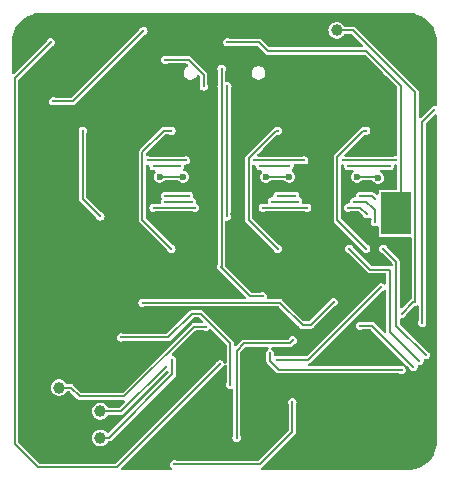
<source format=gbr>
%TF.GenerationSoftware,KiCad,Pcbnew,8.0.8*%
%TF.CreationDate,2025-06-11T13:00:22+01:00*%
%TF.ProjectId,Watch,57617463-682e-46b6-9963-61645f706362,rev?*%
%TF.SameCoordinates,Original*%
%TF.FileFunction,Copper,L2,Bot*%
%TF.FilePolarity,Positive*%
%FSLAX46Y46*%
G04 Gerber Fmt 4.6, Leading zero omitted, Abs format (unit mm)*
G04 Created by KiCad (PCBNEW 8.0.8) date 2025-06-11 13:00:22*
%MOMM*%
%LPD*%
G01*
G04 APERTURE LIST*
%TA.AperFunction,HeatsinkPad*%
%ADD10O,1.000000X1.600000*%
%TD*%
%TA.AperFunction,HeatsinkPad*%
%ADD11O,1.000000X2.100000*%
%TD*%
%TA.AperFunction,HeatsinkPad*%
%ADD12C,0.500000*%
%TD*%
%TA.AperFunction,HeatsinkPad*%
%ADD13R,2.000000X1.200000*%
%TD*%
%TA.AperFunction,SMDPad,CuDef*%
%ADD14C,1.000000*%
%TD*%
%TA.AperFunction,SMDPad,CuDef*%
%ADD15R,2.600000X3.600000*%
%TD*%
%TA.AperFunction,ViaPad*%
%ADD16C,0.600000*%
%TD*%
%TA.AperFunction,ViaPad*%
%ADD17C,0.300000*%
%TD*%
%TA.AperFunction,Conductor*%
%ADD18C,0.200000*%
%TD*%
%TA.AperFunction,Conductor*%
%ADD19C,0.150000*%
%TD*%
G04 APERTURE END LIST*
D10*
%TO.P,J1,S1,SHIELD*%
%TO.N,GND*%
X173180000Y-81925000D03*
D11*
X173180000Y-86105000D03*
D10*
X181820000Y-81925000D03*
D11*
X181820000Y-86105000D03*
%TD*%
D12*
%TO.P,U2,11,GND*%
%TO.N,GND*%
X187250000Y-85437500D03*
X186500000Y-85437500D03*
X185750000Y-85437500D03*
D13*
X186500000Y-85787500D03*
D12*
X187250000Y-86137500D03*
X186500000Y-86137500D03*
X185750000Y-86137500D03*
%TD*%
D14*
%TO.P,TP5,1,1*%
%TO.N,TP_RST*%
X163500000Y-112250000D03*
%TD*%
%TO.P,TP1,1,1*%
%TO.N,TP_3.3V*%
X187000000Y-82000000D03*
%TD*%
D15*
%TO.P,BT1,1,+*%
%TO.N,VBAT*%
X192050000Y-97500000D03*
%TO.P,BT1,2,-*%
%TO.N,GND*%
X162750000Y-97500000D03*
%TD*%
D14*
%TO.P,TP4,1,1*%
%TO.N,TP_SWDCLK*%
X167000000Y-116500000D03*
%TD*%
%TO.P,TP2,1,1*%
%TO.N,GND*%
X179500000Y-82000000D03*
%TD*%
%TO.P,TP3,1,1*%
%TO.N,TP_SWDIO*%
X167000000Y-114250000D03*
%TD*%
D16*
%TO.N,TP_RST*%
X163500000Y-112250000D03*
D17*
%TO.N,VBAT*%
X177750000Y-83000000D03*
X182750000Y-83750000D03*
X191275000Y-85500000D03*
%TO.N,TP_3.3V*%
X170562500Y-105050000D03*
X186750000Y-105000000D03*
X187000000Y-82000000D03*
X192500000Y-106000000D03*
X184125000Y-106950000D03*
%TO.N,Net-(U7-VDDANA)*%
X183270000Y-108250000D03*
X178525305Y-116485103D03*
%TO.N,D+*%
X177750000Y-86745000D03*
X177675000Y-97750000D03*
%TO.N,D-*%
X177250000Y-85250000D03*
X177250000Y-86745000D03*
X180750000Y-104500000D03*
X177225000Y-102000000D03*
%TO.N,Net-(J1-CC2)*%
X175750000Y-86745000D03*
X172500000Y-84500000D03*
%TO.N,Net-(U1-PROG)*%
X163000000Y-88000000D03*
X170637500Y-82050000D03*
%TO.N,A*%
X173750000Y-93500000D03*
X171500000Y-93500000D03*
X183000000Y-93500000D03*
X191500000Y-93500000D03*
X180500000Y-93500000D03*
X188000000Y-93500000D03*
%TO.N,SEL-D2*%
X168750000Y-108000000D03*
X178000000Y-112000000D03*
%TO.N,SEL-D1*%
X183250000Y-113500000D03*
X173250000Y-118750000D03*
%TO.N,SEL-D4*%
X181919417Y-109909010D03*
X190750000Y-103750000D03*
%TO.N,B*%
X180000000Y-93000000D03*
X171000000Y-93000000D03*
X187500000Y-93000000D03*
X174250000Y-93000000D03*
X192000000Y-93000000D03*
X184250000Y-93000000D03*
%TO.N,C*%
X194550000Y-109500000D03*
X181500000Y-96500000D03*
X172500000Y-96500000D03*
X190250000Y-98250000D03*
X188500000Y-96500000D03*
X190940000Y-100500000D03*
X183750000Y-96500000D03*
X174750000Y-96500000D03*
%TO.N,D*%
X182000000Y-96000000D03*
X189000000Y-96000000D03*
X190250000Y-96250000D03*
X188060000Y-100500000D03*
X174500000Y-96000000D03*
X172500000Y-96000000D03*
X183500000Y-96000000D03*
X194000000Y-110000000D03*
%TO.N,E*%
X189000000Y-107000000D03*
X193500000Y-110500000D03*
D16*
%TO.N,F*%
X181000000Y-94400000D03*
X188721473Y-94400000D03*
X190509135Y-94490605D03*
X172000000Y-94400000D03*
X183000000Y-94400000D03*
X174000000Y-94400000D03*
D17*
%TO.N,DP*%
X171500000Y-97000000D03*
X188000000Y-97000000D03*
X175000000Y-97000000D03*
X184500000Y-97000000D03*
X180750000Y-97000000D03*
X189568199Y-97568199D03*
%TO.N,Btn2*%
X177125000Y-110250000D03*
X162800000Y-83000000D03*
%TO.N,Btn1*%
X195250000Y-88750000D03*
X192500000Y-110750000D03*
X194250000Y-106750000D03*
X181353732Y-109343324D03*
%TO.N,TP_SWDIO*%
X172514897Y-110474695D03*
%TO.N,TP_SWDCLK*%
X173080583Y-109909010D03*
%TO.N,DIG1*%
X165500000Y-90500000D03*
X167000000Y-97750000D03*
%TO.N,DIG2*%
X173000000Y-100500000D03*
X173000000Y-90500000D03*
%TO.N,DIG3*%
X182000000Y-100500000D03*
X182000000Y-90500000D03*
%TO.N,DIG4*%
X189500000Y-90500000D03*
X189500000Y-100500000D03*
%TO.N,GND*%
X167500000Y-107250000D03*
X161000000Y-89750000D03*
X164750000Y-105000000D03*
X184000000Y-116750000D03*
X187500000Y-110250000D03*
X184250000Y-113500000D03*
X166750000Y-105000000D03*
X164500000Y-108250000D03*
X190000000Y-108500000D03*
%TO.N,TP_RST*%
X175909010Y-107080583D03*
%TD*%
D18*
%TO.N,TP_RST*%
X164500000Y-112250000D02*
X163500000Y-112250000D01*
X164500000Y-112250000D02*
X165250000Y-113000000D01*
%TO.N,VBAT*%
X192450000Y-86675000D02*
X192450000Y-97100000D01*
X191275000Y-85500000D02*
X192450000Y-86675000D01*
X192450000Y-97100000D02*
X192050000Y-97500000D01*
%TO.N,TP_3.3V*%
X182225000Y-105050000D02*
X184125000Y-106950000D01*
X184800000Y-106950000D02*
X184125000Y-106950000D01*
X193500000Y-105000000D02*
X193650000Y-105000000D01*
X187000000Y-82000000D02*
X188411397Y-82000000D01*
X186750000Y-105000000D02*
X184800000Y-106950000D01*
X192500000Y-106000000D02*
X193500000Y-105000000D01*
X193650000Y-87238603D02*
X193650000Y-105000000D01*
X170562500Y-105050000D02*
X182225000Y-105050000D01*
X188411397Y-82000000D02*
X193650000Y-87238603D01*
%TO.N,Net-(U7-VDDANA)*%
X178525305Y-109111092D02*
X178525305Y-116485103D01*
X183270000Y-108250000D02*
X183020000Y-108500000D01*
X183020000Y-108500000D02*
X179136397Y-108500000D01*
X179136397Y-108500000D02*
X178525305Y-109111092D01*
%TO.N,D+*%
X177675000Y-97750000D02*
X177675000Y-97425000D01*
X177750000Y-97350000D02*
X177750000Y-86745000D01*
X177675000Y-97425000D02*
X177750000Y-97350000D01*
D19*
%TO.N,D-*%
X177250000Y-85250000D02*
X177250000Y-86745000D01*
X177250000Y-102100000D02*
X179150000Y-104000000D01*
D18*
X179650000Y-104500000D02*
X180750000Y-104500000D01*
X179150000Y-104000000D02*
X179650000Y-104500000D01*
D19*
X177250000Y-86745000D02*
X177250000Y-102100000D01*
D18*
%TO.N,Net-(J1-CC2)*%
X174459594Y-84500000D02*
X175750000Y-85790406D01*
X175750000Y-85790406D02*
X175750000Y-86745000D01*
X172500000Y-84500000D02*
X174459594Y-84500000D01*
%TO.N,Net-(U1-PROG)*%
X163000000Y-88000000D02*
X164687500Y-88000000D01*
X164687500Y-88000000D02*
X170637500Y-82050000D01*
%TO.N,A*%
X188000000Y-93500000D02*
X191500000Y-93500000D01*
X171500000Y-93500000D02*
X173750000Y-93500000D01*
X180500000Y-93500000D02*
X183000000Y-93500000D01*
%TO.N,SEL-D2*%
X178000000Y-108500000D02*
X175500000Y-106000000D01*
X178000000Y-112000000D02*
X178000000Y-108500000D01*
X174750000Y-106000000D02*
X172750000Y-108000000D01*
X172750000Y-108000000D02*
X168750000Y-108000000D01*
X175500000Y-106000000D02*
X174750000Y-106000000D01*
%TO.N,SEL-D1*%
X180500000Y-118750000D02*
X183250000Y-116000000D01*
X173250000Y-118750000D02*
X180500000Y-118750000D01*
X183250000Y-116000000D02*
X183250000Y-113500000D01*
%TO.N,SEL-D4*%
X190750000Y-103750000D02*
X184590990Y-109909010D01*
X184590990Y-109909010D02*
X181919417Y-109909010D01*
%TO.N,B*%
X171000000Y-93000000D02*
X174250000Y-93000000D01*
X180000000Y-93000000D02*
X184250000Y-93000000D01*
X187500000Y-93000000D02*
X192000000Y-93000000D01*
%TO.N,C*%
X190068199Y-97068199D02*
X190250000Y-97250000D01*
X172500000Y-96500000D02*
X174750000Y-96500000D01*
X194550000Y-109500000D02*
X192050000Y-107000000D01*
X190250000Y-97250000D02*
X190250000Y-98250000D01*
X181500000Y-96500000D02*
X183750000Y-96500000D01*
X189500000Y-96500000D02*
X190068199Y-97068199D01*
X192050000Y-101610000D02*
X190940000Y-100500000D01*
X192050000Y-107000000D02*
X192050000Y-101610000D01*
X188500000Y-96500000D02*
X189500000Y-96500000D01*
%TO.N,D*%
X191500000Y-102250000D02*
X189810000Y-102250000D01*
X182000000Y-96000000D02*
X183500000Y-96000000D01*
X191500000Y-107500000D02*
X191500000Y-102250000D01*
X194000000Y-110000000D02*
X191500000Y-107500000D01*
X190000000Y-96000000D02*
X190250000Y-96250000D01*
X172500000Y-96000000D02*
X174500000Y-96000000D01*
X189810000Y-102250000D02*
X188060000Y-100500000D01*
X189000000Y-96000000D02*
X190000000Y-96000000D01*
%TO.N,E*%
X189000000Y-107000000D02*
X190000000Y-107000000D01*
X190000000Y-107000000D02*
X193500000Y-110500000D01*
%TO.N,F*%
X181000000Y-94400000D02*
X183000000Y-94400000D01*
X190418530Y-94400000D02*
X190509135Y-94490605D01*
X172000000Y-94400000D02*
X174000000Y-94400000D01*
X188721473Y-94400000D02*
X190418530Y-94400000D01*
%TO.N,DP*%
X171500000Y-97000000D02*
X175000000Y-97000000D01*
X180750000Y-97000000D02*
X184500000Y-97000000D01*
X188000000Y-97000000D02*
X189000000Y-97000000D01*
X189000000Y-97000000D02*
X189568199Y-97568199D01*
%TO.N,Btn2*%
X161750000Y-119000000D02*
X168375000Y-119000000D01*
X168375000Y-119000000D02*
X177125000Y-110250000D01*
X159750000Y-86050000D02*
X159750000Y-117000000D01*
X159750000Y-117000000D02*
X161750000Y-119000000D01*
X162800000Y-83000000D02*
X159750000Y-86050000D01*
%TO.N,Btn1*%
X182124010Y-110750000D02*
X192250000Y-110750000D01*
X194250000Y-89750000D02*
X195250000Y-88750000D01*
X194250000Y-106750000D02*
X194250000Y-89750000D01*
X181353732Y-109979722D02*
X182124010Y-110750000D01*
X181353732Y-109343324D02*
X181353732Y-109979722D01*
X192250000Y-110750000D02*
X192500000Y-110750000D01*
%TO.N,TP_SWDIO*%
X167000000Y-114250000D02*
X168739592Y-114250000D01*
X168739592Y-114250000D02*
X172514897Y-110474695D01*
%TO.N,TP_SWDCLK*%
X167000000Y-116500000D02*
X167707106Y-116500000D01*
X167707106Y-116500000D02*
X173080583Y-111126523D01*
X173080583Y-111126523D02*
X173080583Y-109909010D01*
%TO.N,DIG1*%
X165500000Y-96250000D02*
X165500000Y-90500000D01*
X167000000Y-97750000D02*
X165500000Y-96250000D01*
%TO.N,DIG2*%
X170550000Y-92300000D02*
X170550000Y-98050000D01*
X170550000Y-98050000D02*
X173000000Y-100500000D01*
X173000000Y-90500000D02*
X172350000Y-90500000D01*
X172350000Y-90500000D02*
X170550000Y-92300000D01*
%TO.N,DIG3*%
X181863603Y-90500000D02*
X182000000Y-90500000D01*
X182000000Y-100500000D02*
X179550000Y-98050000D01*
X179550000Y-92813603D02*
X181863603Y-90500000D01*
X179550000Y-98050000D02*
X179550000Y-92813603D01*
%TO.N,DIG4*%
X187050000Y-92700000D02*
X189250000Y-90500000D01*
X189500000Y-100500000D02*
X187050000Y-98050000D01*
X189250000Y-90500000D02*
X189500000Y-90500000D01*
X187050000Y-98050000D02*
X187050000Y-92700000D01*
%TO.N,GND*%
X184250000Y-113500000D02*
X184000000Y-113750000D01*
X184000000Y-113750000D02*
X184000000Y-116750000D01*
X167500000Y-107250000D02*
X165500000Y-107250000D01*
X189250000Y-108500000D02*
X187500000Y-110250000D01*
X166750000Y-106500000D02*
X166750000Y-105000000D01*
X165500000Y-107250000D02*
X164500000Y-108250000D01*
X190000000Y-108500000D02*
X189250000Y-108500000D01*
X167500000Y-107250000D02*
X166750000Y-106500000D01*
X164750000Y-105000000D02*
X166750000Y-105000000D01*
%TO.N,TP_RST*%
X174919417Y-107080583D02*
X175909010Y-107080583D01*
X169000000Y-113000000D02*
X174919417Y-107080583D01*
X165250000Y-113000000D02*
X169000000Y-113000000D01*
%TO.N,VBAT*%
X177750000Y-83000000D02*
X180396371Y-83000000D01*
X189525000Y-83750000D02*
X191275000Y-85500000D01*
X180396371Y-83000000D02*
X181146371Y-83750000D01*
X181146371Y-83750000D02*
X189525000Y-83750000D01*
%TD*%
%TA.AperFunction,Conductor*%
%TO.N,GND*%
G36*
X195418834Y-89108650D02*
G01*
X195474767Y-89150522D01*
X195499184Y-89215986D01*
X195499500Y-89224832D01*
X195499500Y-116746249D01*
X195499274Y-116753736D01*
X195481728Y-117043794D01*
X195479923Y-117058659D01*
X195428219Y-117340798D01*
X195424635Y-117355336D01*
X195339306Y-117629167D01*
X195333997Y-117643168D01*
X195216275Y-117904736D01*
X195209316Y-117917995D01*
X195060928Y-118163459D01*
X195052422Y-118175782D01*
X194875526Y-118401573D01*
X194865596Y-118412781D01*
X194662781Y-118615596D01*
X194651573Y-118625526D01*
X194425782Y-118802422D01*
X194413459Y-118810928D01*
X194167995Y-118959316D01*
X194154736Y-118966275D01*
X193893168Y-119083997D01*
X193879167Y-119089306D01*
X193605336Y-119174635D01*
X193590798Y-119178219D01*
X193308659Y-119229923D01*
X193293794Y-119231728D01*
X193003736Y-119249274D01*
X192996249Y-119249500D01*
X180698615Y-119249500D01*
X180631576Y-119229815D01*
X180585821Y-119177011D01*
X180575877Y-119107853D01*
X180604902Y-119044297D01*
X180636615Y-119018113D01*
X180662630Y-119003092D01*
X180684511Y-118990460D01*
X180740460Y-118934511D01*
X183490460Y-116184511D01*
X183497643Y-116172070D01*
X183530021Y-116115989D01*
X183550500Y-116039562D01*
X183550500Y-113712047D01*
X183564015Y-113655753D01*
X183587500Y-113609661D01*
X183587500Y-113609659D01*
X183587501Y-113609658D01*
X183604869Y-113500002D01*
X183604869Y-113499997D01*
X183587501Y-113390341D01*
X183541725Y-113300500D01*
X183537095Y-113291413D01*
X183537092Y-113291410D01*
X183537090Y-113291407D01*
X183458592Y-113212909D01*
X183458588Y-113212906D01*
X183458587Y-113212905D01*
X183454743Y-113210946D01*
X183359658Y-113162498D01*
X183250002Y-113145131D01*
X183249998Y-113145131D01*
X183140341Y-113162498D01*
X183041414Y-113212904D01*
X183041407Y-113212909D01*
X182962909Y-113291407D01*
X182962904Y-113291414D01*
X182912498Y-113390341D01*
X182895131Y-113499997D01*
X182895131Y-113500002D01*
X182912498Y-113609658D01*
X182935985Y-113655753D01*
X182949500Y-113712047D01*
X182949500Y-115824167D01*
X182929815Y-115891206D01*
X182913181Y-115911848D01*
X180411848Y-118413181D01*
X180350525Y-118446666D01*
X180324167Y-118449500D01*
X173462048Y-118449500D01*
X173405755Y-118435986D01*
X173360997Y-118413181D01*
X173359661Y-118412500D01*
X173359660Y-118412499D01*
X173359657Y-118412498D01*
X173250002Y-118395131D01*
X173249998Y-118395131D01*
X173140341Y-118412498D01*
X173041414Y-118462904D01*
X173041407Y-118462909D01*
X172962909Y-118541407D01*
X172962904Y-118541414D01*
X172912498Y-118640341D01*
X172895131Y-118749997D01*
X172895131Y-118750002D01*
X172912498Y-118859658D01*
X172962904Y-118958585D01*
X172962909Y-118958592D01*
X173042136Y-119037819D01*
X173075621Y-119099142D01*
X173070637Y-119168834D01*
X173028765Y-119224767D01*
X172963301Y-119249184D01*
X172954455Y-119249500D01*
X168849833Y-119249500D01*
X168782794Y-119229815D01*
X168737039Y-119177011D01*
X168727095Y-119107853D01*
X168756120Y-119044297D01*
X168762152Y-119037819D01*
X170832044Y-116967927D01*
X177180740Y-110619229D01*
X177230103Y-110588980D01*
X177234648Y-110587501D01*
X177234661Y-110587500D01*
X177333587Y-110537095D01*
X177412095Y-110458587D01*
X177462500Y-110359661D01*
X177462500Y-110359659D01*
X177465015Y-110354724D01*
X177512989Y-110303927D01*
X177580810Y-110287132D01*
X177646945Y-110309669D01*
X177690397Y-110364384D01*
X177699500Y-110411018D01*
X177699500Y-111787951D01*
X177685985Y-111844245D01*
X177662499Y-111890338D01*
X177645131Y-111999997D01*
X177645131Y-111999999D01*
X177662498Y-112109658D01*
X177712904Y-112208585D01*
X177712909Y-112208592D01*
X177791407Y-112287090D01*
X177791410Y-112287092D01*
X177791413Y-112287095D01*
X177890339Y-112337500D01*
X177890341Y-112337501D01*
X177999998Y-112354869D01*
X178000000Y-112354869D01*
X178000001Y-112354869D01*
X178031083Y-112349945D01*
X178081406Y-112341975D01*
X178150700Y-112350929D01*
X178204152Y-112395925D01*
X178224792Y-112462676D01*
X178224805Y-112464448D01*
X178224805Y-116273054D01*
X178211290Y-116329348D01*
X178187804Y-116375441D01*
X178170436Y-116485100D01*
X178170436Y-116485105D01*
X178187803Y-116594761D01*
X178238209Y-116693688D01*
X178238214Y-116693695D01*
X178316712Y-116772193D01*
X178316715Y-116772195D01*
X178316718Y-116772198D01*
X178415644Y-116822603D01*
X178415646Y-116822604D01*
X178525303Y-116839972D01*
X178525305Y-116839972D01*
X178525307Y-116839972D01*
X178634963Y-116822604D01*
X178634964Y-116822603D01*
X178634966Y-116822603D01*
X178733892Y-116772198D01*
X178812400Y-116693690D01*
X178862805Y-116594764D01*
X178862805Y-116594762D01*
X178862806Y-116594761D01*
X178880174Y-116485105D01*
X178880174Y-116485100D01*
X178862805Y-116375441D01*
X178839320Y-116329348D01*
X178825805Y-116273054D01*
X178825805Y-109286925D01*
X178845490Y-109219886D01*
X178862124Y-109199244D01*
X179224549Y-108836819D01*
X179285872Y-108803334D01*
X179312230Y-108800500D01*
X181130545Y-108800500D01*
X181197584Y-108820185D01*
X181243339Y-108872989D01*
X181253283Y-108942147D01*
X181224258Y-109005703D01*
X181186841Y-109034983D01*
X181145145Y-109056229D01*
X181145144Y-109056230D01*
X181145139Y-109056233D01*
X181066641Y-109134731D01*
X181066636Y-109134738D01*
X181016230Y-109233665D01*
X180998863Y-109343321D01*
X180998863Y-109343326D01*
X181016230Y-109452982D01*
X181039717Y-109499077D01*
X181053232Y-109555371D01*
X181053232Y-110019284D01*
X181059162Y-110041413D01*
X181073711Y-110095712D01*
X181073712Y-110095713D01*
X181081765Y-110109661D01*
X181113272Y-110164233D01*
X181939499Y-110990460D01*
X182008022Y-111030022D01*
X182084448Y-111050500D01*
X182163572Y-111050500D01*
X192210438Y-111050500D01*
X192287952Y-111050500D01*
X192344244Y-111064013D01*
X192390339Y-111087500D01*
X192390340Y-111087500D01*
X192390342Y-111087501D01*
X192499998Y-111104869D01*
X192500000Y-111104869D01*
X192500002Y-111104869D01*
X192609658Y-111087501D01*
X192609659Y-111087500D01*
X192609661Y-111087500D01*
X192708587Y-111037095D01*
X192787095Y-110958587D01*
X192837500Y-110859661D01*
X192837500Y-110859659D01*
X192837501Y-110859658D01*
X192854869Y-110750002D01*
X192854869Y-110749997D01*
X192837501Y-110640343D01*
X192837500Y-110640341D01*
X192837500Y-110640339D01*
X192800384Y-110567495D01*
X192787489Y-110498828D01*
X192811823Y-110438874D01*
X192747642Y-110462813D01*
X192682502Y-110449614D01*
X192609658Y-110412498D01*
X192500002Y-110395131D01*
X192499998Y-110395131D01*
X192390342Y-110412498D01*
X192344245Y-110435986D01*
X192287952Y-110449500D01*
X184676770Y-110449500D01*
X184609731Y-110429815D01*
X184563976Y-110377011D01*
X184554032Y-110307853D01*
X184583057Y-110244297D01*
X184641835Y-110206523D01*
X184644644Y-110205733D01*
X184706979Y-110189031D01*
X184775501Y-110149470D01*
X184831450Y-110093521D01*
X190805740Y-104119229D01*
X190855103Y-104088980D01*
X190859648Y-104087501D01*
X190859661Y-104087500D01*
X190958587Y-104037095D01*
X190958592Y-104037090D01*
X190987819Y-104007864D01*
X191049142Y-103974379D01*
X191118834Y-103979363D01*
X191174767Y-104021235D01*
X191199184Y-104086699D01*
X191199500Y-104095545D01*
X191199500Y-107475167D01*
X191179815Y-107542206D01*
X191127011Y-107587961D01*
X191057853Y-107597905D01*
X190994297Y-107568880D01*
X190987819Y-107562848D01*
X190184512Y-106759541D01*
X190184507Y-106759537D01*
X190148164Y-106738555D01*
X190125922Y-106725714D01*
X190115989Y-106719979D01*
X190039562Y-106699500D01*
X190039560Y-106699500D01*
X189212048Y-106699500D01*
X189155755Y-106685986D01*
X189109657Y-106662498D01*
X189000002Y-106645131D01*
X188999998Y-106645131D01*
X188890341Y-106662498D01*
X188791414Y-106712904D01*
X188791407Y-106712909D01*
X188712909Y-106791407D01*
X188712904Y-106791414D01*
X188662498Y-106890341D01*
X188645131Y-106999997D01*
X188645131Y-107000002D01*
X188662498Y-107109658D01*
X188712904Y-107208585D01*
X188712909Y-107208592D01*
X188791407Y-107287090D01*
X188791410Y-107287092D01*
X188791413Y-107287095D01*
X188890339Y-107337500D01*
X188890341Y-107337501D01*
X188999998Y-107354869D01*
X189000000Y-107354869D01*
X189000002Y-107354869D01*
X189109657Y-107337501D01*
X189109658Y-107337500D01*
X189109661Y-107337500D01*
X189155755Y-107314013D01*
X189212048Y-107300500D01*
X189824167Y-107300500D01*
X189891206Y-107320185D01*
X189911848Y-107336819D01*
X192826477Y-110251448D01*
X192859962Y-110312771D01*
X192854978Y-110382463D01*
X192819197Y-110430259D01*
X192870872Y-110393831D01*
X192940678Y-110390839D01*
X192998551Y-110423522D01*
X193130768Y-110555739D01*
X193161016Y-110605096D01*
X193162498Y-110609656D01*
X193162499Y-110609659D01*
X193162500Y-110609661D01*
X193212905Y-110708587D01*
X193212907Y-110708589D01*
X193212909Y-110708592D01*
X193291407Y-110787090D01*
X193291410Y-110787092D01*
X193291413Y-110787095D01*
X193340675Y-110812195D01*
X193390341Y-110837501D01*
X193499998Y-110854869D01*
X193500000Y-110854869D01*
X193500002Y-110854869D01*
X193609658Y-110837501D01*
X193609659Y-110837500D01*
X193609661Y-110837500D01*
X193708587Y-110787095D01*
X193787095Y-110708587D01*
X193837500Y-110609661D01*
X193837500Y-110609659D01*
X193837501Y-110609658D01*
X193854869Y-110500002D01*
X193854869Y-110500001D01*
X193854683Y-110498828D01*
X193854256Y-110496131D01*
X193854869Y-110491387D01*
X193854869Y-110490241D01*
X193855017Y-110490241D01*
X193863207Y-110426839D01*
X193908200Y-110373384D01*
X193974951Y-110352741D01*
X193996127Y-110354255D01*
X194000000Y-110354869D01*
X194000001Y-110354868D01*
X194000002Y-110354869D01*
X194109658Y-110337501D01*
X194109659Y-110337500D01*
X194109661Y-110337500D01*
X194208587Y-110287095D01*
X194287095Y-110208587D01*
X194337500Y-110109661D01*
X194337500Y-110109659D01*
X194337501Y-110109658D01*
X194354869Y-110000002D01*
X194354869Y-109999999D01*
X194352969Y-109988004D01*
X194361923Y-109918710D01*
X194406919Y-109865258D01*
X194473670Y-109844618D01*
X194494835Y-109846131D01*
X194550000Y-109854869D01*
X194550002Y-109854869D01*
X194659658Y-109837501D01*
X194659659Y-109837500D01*
X194659661Y-109837500D01*
X194758587Y-109787095D01*
X194837095Y-109708587D01*
X194887500Y-109609661D01*
X194887500Y-109609659D01*
X194887501Y-109609658D01*
X194904869Y-109500002D01*
X194904869Y-109499997D01*
X194887501Y-109390341D01*
X194863543Y-109343321D01*
X194837095Y-109291413D01*
X194837092Y-109291410D01*
X194837090Y-109291407D01*
X194758592Y-109212909D01*
X194758589Y-109212907D01*
X194758587Y-109212905D01*
X194659661Y-109162500D01*
X194659659Y-109162499D01*
X194659656Y-109162498D01*
X194655096Y-109161016D01*
X194605739Y-109130768D01*
X192386819Y-106911848D01*
X192353334Y-106850525D01*
X192350500Y-106824167D01*
X192350500Y-106476375D01*
X192370185Y-106409336D01*
X192422989Y-106363581D01*
X192492147Y-106353637D01*
X192493837Y-106353892D01*
X192500000Y-106354869D01*
X192500000Y-106354868D01*
X192500001Y-106354869D01*
X192500002Y-106354869D01*
X192609658Y-106337501D01*
X192609659Y-106337500D01*
X192609661Y-106337500D01*
X192708587Y-106287095D01*
X192787095Y-106208587D01*
X192837500Y-106109661D01*
X192837501Y-106109648D01*
X192838980Y-106105103D01*
X192869229Y-106055740D01*
X193588152Y-105336819D01*
X193649475Y-105303334D01*
X193675833Y-105300500D01*
X193689560Y-105300500D01*
X193689562Y-105300500D01*
X193765989Y-105280021D01*
X193765992Y-105280018D01*
X193773499Y-105276910D01*
X193774297Y-105278838D01*
X193831399Y-105264985D01*
X193897426Y-105287837D01*
X193940617Y-105342758D01*
X193949500Y-105388845D01*
X193949500Y-106537951D01*
X193935985Y-106594245D01*
X193912499Y-106640338D01*
X193895131Y-106749997D01*
X193895131Y-106750002D01*
X193912498Y-106859658D01*
X193962904Y-106958585D01*
X193962909Y-106958592D01*
X194041407Y-107037090D01*
X194041410Y-107037092D01*
X194041413Y-107037095D01*
X194085692Y-107059656D01*
X194140341Y-107087501D01*
X194249998Y-107104869D01*
X194250000Y-107104869D01*
X194250002Y-107104869D01*
X194359658Y-107087501D01*
X194359659Y-107087500D01*
X194359661Y-107087500D01*
X194458587Y-107037095D01*
X194537095Y-106958587D01*
X194587500Y-106859661D01*
X194587500Y-106859659D01*
X194587501Y-106859658D01*
X194604869Y-106750002D01*
X194604869Y-106749997D01*
X194587500Y-106640338D01*
X194564015Y-106594245D01*
X194550500Y-106537951D01*
X194550500Y-89925832D01*
X194570185Y-89858793D01*
X194586815Y-89838155D01*
X195287819Y-89137150D01*
X195349142Y-89103666D01*
X195418834Y-89108650D01*
G37*
%TD.AperFunction*%
%TA.AperFunction,Conductor*%
G36*
X193003736Y-80500726D02*
G01*
X193293796Y-80518271D01*
X193308659Y-80520076D01*
X193590798Y-80571780D01*
X193605335Y-80575363D01*
X193879172Y-80660695D01*
X193893163Y-80666000D01*
X194154743Y-80783727D01*
X194167989Y-80790680D01*
X194413465Y-80939075D01*
X194425776Y-80947573D01*
X194651573Y-81124473D01*
X194662781Y-81134403D01*
X194865596Y-81337218D01*
X194875526Y-81348426D01*
X194995481Y-81501538D01*
X195052422Y-81574217D01*
X195060928Y-81586540D01*
X195209316Y-81832004D01*
X195216275Y-81845263D01*
X195333997Y-82106831D01*
X195339306Y-82120832D01*
X195424635Y-82394663D01*
X195428219Y-82409201D01*
X195479923Y-82691340D01*
X195481728Y-82706205D01*
X195499274Y-82996263D01*
X195499500Y-83003750D01*
X195499500Y-88289462D01*
X195479815Y-88356501D01*
X195427011Y-88402256D01*
X195357853Y-88412200D01*
X195356103Y-88411935D01*
X195250003Y-88395131D01*
X195249998Y-88395131D01*
X195140341Y-88412498D01*
X195041414Y-88462904D01*
X195041407Y-88462909D01*
X194962909Y-88541407D01*
X194962906Y-88541412D01*
X194912498Y-88640343D01*
X194911017Y-88644901D01*
X194880769Y-88694258D01*
X194162181Y-89412847D01*
X194100858Y-89446332D01*
X194031167Y-89441348D01*
X193975233Y-89399476D01*
X193950816Y-89334012D01*
X193950500Y-89325166D01*
X193950500Y-87199042D01*
X193930020Y-87122612D01*
X193930017Y-87122607D01*
X193890464Y-87054098D01*
X193890458Y-87054090D01*
X188595909Y-81759541D01*
X188595904Y-81759537D01*
X188578521Y-81749502D01*
X188578517Y-81749498D01*
X188578517Y-81749499D01*
X188552952Y-81734739D01*
X188527387Y-81719979D01*
X188499467Y-81712498D01*
X188450959Y-81699500D01*
X188450957Y-81699500D01*
X187708832Y-81699500D01*
X187641793Y-81679815D01*
X187606782Y-81645941D01*
X187557274Y-81574217D01*
X187528183Y-81532071D01*
X187400852Y-81419266D01*
X187400849Y-81419263D01*
X187250226Y-81340210D01*
X187085056Y-81299500D01*
X186914944Y-81299500D01*
X186749773Y-81340210D01*
X186599150Y-81419263D01*
X186471816Y-81532072D01*
X186375182Y-81672068D01*
X186314860Y-81831125D01*
X186314859Y-81831130D01*
X186294355Y-82000000D01*
X186314859Y-82168869D01*
X186314860Y-82168874D01*
X186375182Y-82327931D01*
X186416298Y-82387497D01*
X186471817Y-82467929D01*
X186577505Y-82561560D01*
X186599150Y-82580736D01*
X186749773Y-82659789D01*
X186749775Y-82659790D01*
X186914944Y-82700500D01*
X187085056Y-82700500D01*
X187250225Y-82659790D01*
X187329692Y-82618081D01*
X187400849Y-82580736D01*
X187400850Y-82580734D01*
X187400852Y-82580734D01*
X187528183Y-82467929D01*
X187606782Y-82354058D01*
X187661065Y-82310069D01*
X187708832Y-82300500D01*
X188235564Y-82300500D01*
X188302603Y-82320185D01*
X188323245Y-82336819D01*
X189224245Y-83237819D01*
X189257730Y-83299142D01*
X189252746Y-83368834D01*
X189210874Y-83424767D01*
X189145410Y-83449184D01*
X189136564Y-83449500D01*
X182962048Y-83449500D01*
X182905755Y-83435986D01*
X182860997Y-83413181D01*
X182859661Y-83412500D01*
X182859660Y-83412499D01*
X182859657Y-83412498D01*
X182750002Y-83395131D01*
X182749998Y-83395131D01*
X182640342Y-83412498D01*
X182594245Y-83435986D01*
X182537952Y-83449500D01*
X181322204Y-83449500D01*
X181255165Y-83429815D01*
X181234523Y-83413181D01*
X180580883Y-82759541D01*
X180580875Y-82759535D01*
X180512366Y-82719982D01*
X180512361Y-82719979D01*
X180485956Y-82712904D01*
X180435933Y-82699500D01*
X180435931Y-82699500D01*
X177962048Y-82699500D01*
X177905755Y-82685986D01*
X177859657Y-82662498D01*
X177750002Y-82645131D01*
X177749998Y-82645131D01*
X177640341Y-82662498D01*
X177541414Y-82712904D01*
X177541407Y-82712909D01*
X177462909Y-82791407D01*
X177462904Y-82791414D01*
X177412498Y-82890341D01*
X177395131Y-82999997D01*
X177395131Y-83000002D01*
X177412498Y-83109658D01*
X177462904Y-83208585D01*
X177462909Y-83208592D01*
X177541407Y-83287090D01*
X177541410Y-83287092D01*
X177541413Y-83287095D01*
X177640333Y-83337497D01*
X177640341Y-83337501D01*
X177749998Y-83354869D01*
X177750000Y-83354869D01*
X177750002Y-83354869D01*
X177859657Y-83337501D01*
X177859658Y-83337500D01*
X177859661Y-83337500D01*
X177905755Y-83314013D01*
X177962048Y-83300500D01*
X180220538Y-83300500D01*
X180287577Y-83320185D01*
X180308219Y-83336819D01*
X180905911Y-83934511D01*
X180961860Y-83990460D01*
X180961862Y-83990461D01*
X180961866Y-83990464D01*
X181030375Y-84030017D01*
X181030382Y-84030021D01*
X181106809Y-84050500D01*
X182537952Y-84050500D01*
X182594244Y-84064013D01*
X182640339Y-84087500D01*
X182640340Y-84087500D01*
X182640342Y-84087501D01*
X182749998Y-84104869D01*
X182750000Y-84104869D01*
X182750002Y-84104869D01*
X182859657Y-84087501D01*
X182859658Y-84087500D01*
X182859661Y-84087500D01*
X182905755Y-84064013D01*
X182962048Y-84050500D01*
X189349167Y-84050500D01*
X189416206Y-84070185D01*
X189436848Y-84086819D01*
X190905768Y-85555739D01*
X190936016Y-85605096D01*
X190937498Y-85609656D01*
X190937499Y-85609659D01*
X190937500Y-85609661D01*
X190987905Y-85708587D01*
X190987907Y-85708589D01*
X190987909Y-85708592D01*
X191066407Y-85787090D01*
X191066410Y-85787092D01*
X191066413Y-85787095D01*
X191165339Y-85837500D01*
X191165340Y-85837500D01*
X191169900Y-85838982D01*
X191219260Y-85869231D01*
X192113181Y-86763152D01*
X192146666Y-86824475D01*
X192149500Y-86850833D01*
X192149500Y-92523624D01*
X192129815Y-92590663D01*
X192077011Y-92636418D01*
X192007853Y-92646362D01*
X192006150Y-92646105D01*
X192000000Y-92645131D01*
X191999998Y-92645131D01*
X191999997Y-92645131D01*
X191890342Y-92662498D01*
X191844245Y-92685986D01*
X191787952Y-92699500D01*
X187774832Y-92699500D01*
X187707793Y-92679815D01*
X187662038Y-92627011D01*
X187652094Y-92557853D01*
X187681119Y-92494297D01*
X187687151Y-92487819D01*
X188115430Y-92059540D01*
X189300024Y-90874945D01*
X189361345Y-90841462D01*
X189407102Y-90840155D01*
X189499999Y-90854869D01*
X189500000Y-90854869D01*
X189500002Y-90854869D01*
X189609658Y-90837501D01*
X189609659Y-90837500D01*
X189609661Y-90837500D01*
X189708587Y-90787095D01*
X189787095Y-90708587D01*
X189837500Y-90609661D01*
X189837500Y-90609659D01*
X189837501Y-90609658D01*
X189854869Y-90500002D01*
X189854869Y-90499997D01*
X189837501Y-90390341D01*
X189837500Y-90390339D01*
X189787095Y-90291413D01*
X189787092Y-90291410D01*
X189787090Y-90291407D01*
X189708592Y-90212909D01*
X189708588Y-90212906D01*
X189708587Y-90212905D01*
X189704743Y-90210946D01*
X189609658Y-90162498D01*
X189500002Y-90145131D01*
X189499998Y-90145131D01*
X189390342Y-90162498D01*
X189344245Y-90185986D01*
X189287952Y-90199500D01*
X189210438Y-90199500D01*
X189172224Y-90209739D01*
X189134009Y-90219979D01*
X189134004Y-90219982D01*
X189065495Y-90259535D01*
X189065487Y-90259541D01*
X186809541Y-92515487D01*
X186809535Y-92515495D01*
X186769982Y-92584004D01*
X186769979Y-92584009D01*
X186767799Y-92592145D01*
X186749500Y-92660438D01*
X186749500Y-98089562D01*
X186753343Y-98103903D01*
X186769979Y-98165990D01*
X186769982Y-98165995D01*
X186809535Y-98234504D01*
X186809541Y-98234512D01*
X189130768Y-100555739D01*
X189161016Y-100605096D01*
X189162498Y-100609656D01*
X189162499Y-100609659D01*
X189162500Y-100609661D01*
X189212905Y-100708587D01*
X189212907Y-100708589D01*
X189212909Y-100708592D01*
X189291407Y-100787090D01*
X189291410Y-100787092D01*
X189291413Y-100787095D01*
X189390339Y-100837500D01*
X189390341Y-100837501D01*
X189499998Y-100854869D01*
X189500000Y-100854869D01*
X189500002Y-100854869D01*
X189609658Y-100837501D01*
X189609659Y-100837500D01*
X189609661Y-100837500D01*
X189708587Y-100787095D01*
X189787095Y-100708587D01*
X189837500Y-100609661D01*
X189837500Y-100609659D01*
X189837501Y-100609658D01*
X189854869Y-100500002D01*
X189854869Y-100499997D01*
X189837501Y-100390341D01*
X189837500Y-100390339D01*
X189787095Y-100291413D01*
X189787092Y-100291410D01*
X189787090Y-100291407D01*
X189708592Y-100212909D01*
X189708589Y-100212907D01*
X189708587Y-100212905D01*
X189609661Y-100162500D01*
X189609659Y-100162499D01*
X189609656Y-100162498D01*
X189605096Y-100161016D01*
X189555739Y-100130768D01*
X187386819Y-97961848D01*
X187353334Y-97900525D01*
X187350500Y-97874167D01*
X187350500Y-93476375D01*
X187370185Y-93409336D01*
X187422989Y-93363581D01*
X187492147Y-93353637D01*
X187493837Y-93353892D01*
X187500000Y-93354869D01*
X187503867Y-93354256D01*
X187508611Y-93354869D01*
X187509759Y-93354869D01*
X187509759Y-93355017D01*
X187573159Y-93363206D01*
X187626614Y-93408199D01*
X187647258Y-93474949D01*
X187645745Y-93496122D01*
X187645744Y-93496133D01*
X187645131Y-93500001D01*
X187645131Y-93500002D01*
X187662498Y-93609658D01*
X187712904Y-93708585D01*
X187712909Y-93708592D01*
X187791407Y-93787090D01*
X187791410Y-93787092D01*
X187791413Y-93787095D01*
X187877164Y-93830787D01*
X187890341Y-93837501D01*
X187999998Y-93854869D01*
X188000000Y-93854869D01*
X188000002Y-93854869D01*
X188109657Y-93837501D01*
X188109658Y-93837500D01*
X188109661Y-93837500D01*
X188155755Y-93814013D01*
X188212048Y-93800500D01*
X188308732Y-93800500D01*
X188375771Y-93820185D01*
X188421526Y-93872989D01*
X188431470Y-93942147D01*
X188402445Y-94005703D01*
X188390706Y-94017440D01*
X188296096Y-94126626D01*
X188296095Y-94126628D01*
X188236307Y-94257543D01*
X188215826Y-94400000D01*
X188236307Y-94542456D01*
X188277686Y-94633061D01*
X188296096Y-94673373D01*
X188390345Y-94782143D01*
X188511420Y-94859953D01*
X188511423Y-94859954D01*
X188511422Y-94859954D01*
X188649509Y-94900499D01*
X188649511Y-94900500D01*
X188649512Y-94900500D01*
X188793435Y-94900500D01*
X188793435Y-94900499D01*
X188931526Y-94859953D01*
X189052601Y-94782143D01*
X189086261Y-94743296D01*
X189145040Y-94705523D01*
X189179974Y-94700500D01*
X189975254Y-94700500D01*
X190042293Y-94720185D01*
X190079570Y-94757461D01*
X190083756Y-94763974D01*
X190083758Y-94763978D01*
X190178007Y-94872748D01*
X190299082Y-94950558D01*
X190299085Y-94950559D01*
X190299084Y-94950559D01*
X190437171Y-94991104D01*
X190437173Y-94991105D01*
X190437174Y-94991105D01*
X190581097Y-94991105D01*
X190581097Y-94991104D01*
X190719188Y-94950558D01*
X190840263Y-94872748D01*
X190934512Y-94763978D01*
X190994300Y-94633062D01*
X191014782Y-94490605D01*
X190994300Y-94348148D01*
X190934512Y-94217232D01*
X190840263Y-94108462D01*
X190840260Y-94108460D01*
X190840258Y-94108458D01*
X190716331Y-94028815D01*
X190670576Y-93976012D01*
X190660632Y-93906853D01*
X190689657Y-93843297D01*
X190748435Y-93805523D01*
X190783370Y-93800500D01*
X191287952Y-93800500D01*
X191344244Y-93814013D01*
X191390339Y-93837500D01*
X191390340Y-93837500D01*
X191390342Y-93837501D01*
X191499998Y-93854869D01*
X191500000Y-93854869D01*
X191500002Y-93854869D01*
X191609658Y-93837501D01*
X191609659Y-93837500D01*
X191609661Y-93837500D01*
X191708587Y-93787095D01*
X191787095Y-93708587D01*
X191837500Y-93609661D01*
X191837500Y-93609659D01*
X191837501Y-93609658D01*
X191854869Y-93500002D01*
X191854869Y-93500001D01*
X191854868Y-93499996D01*
X191854256Y-93496131D01*
X191854869Y-93491387D01*
X191854869Y-93490241D01*
X191855017Y-93490241D01*
X191863207Y-93426839D01*
X191908200Y-93373384D01*
X191974951Y-93352741D01*
X191996127Y-93354255D01*
X192000000Y-93354869D01*
X192006097Y-93353903D01*
X192075389Y-93362854D01*
X192128844Y-93407847D01*
X192149487Y-93474598D01*
X192149500Y-93476375D01*
X192149500Y-95375500D01*
X192129815Y-95442539D01*
X192077011Y-95488294D01*
X192025500Y-95499500D01*
X190730247Y-95499500D01*
X190671770Y-95511131D01*
X190671769Y-95511132D01*
X190605447Y-95555447D01*
X190561132Y-95621769D01*
X190561131Y-95621770D01*
X190549500Y-95680247D01*
X190549500Y-95806878D01*
X190529815Y-95873917D01*
X190477011Y-95919672D01*
X190407853Y-95929616D01*
X190369206Y-95917363D01*
X190359659Y-95912499D01*
X190355096Y-95911016D01*
X190305739Y-95880768D01*
X190184512Y-95759541D01*
X190184504Y-95759535D01*
X190115995Y-95719982D01*
X190115990Y-95719979D01*
X190089585Y-95712904D01*
X190039562Y-95699500D01*
X190039560Y-95699500D01*
X189212048Y-95699500D01*
X189155755Y-95685986D01*
X189109657Y-95662498D01*
X189000002Y-95645131D01*
X188999998Y-95645131D01*
X188890341Y-95662498D01*
X188791414Y-95712904D01*
X188791407Y-95712909D01*
X188712909Y-95791407D01*
X188712904Y-95791414D01*
X188662498Y-95890341D01*
X188645131Y-95999997D01*
X188645131Y-96000003D01*
X188645744Y-96003874D01*
X188645131Y-96008617D01*
X188645131Y-96009759D01*
X188644983Y-96009759D01*
X188636789Y-96073167D01*
X188591793Y-96126619D01*
X188525041Y-96147258D01*
X188503874Y-96145744D01*
X188500004Y-96145131D01*
X188499998Y-96145131D01*
X188390341Y-96162498D01*
X188291414Y-96212904D01*
X188291407Y-96212909D01*
X188212909Y-96291407D01*
X188212904Y-96291414D01*
X188162498Y-96390341D01*
X188145131Y-96499997D01*
X188145131Y-96500003D01*
X188145744Y-96503874D01*
X188145131Y-96508617D01*
X188145131Y-96509759D01*
X188144983Y-96509759D01*
X188136789Y-96573167D01*
X188091793Y-96626619D01*
X188025041Y-96647258D01*
X188003874Y-96645744D01*
X188000004Y-96645131D01*
X187999998Y-96645131D01*
X187890341Y-96662498D01*
X187791414Y-96712904D01*
X187791407Y-96712909D01*
X187712909Y-96791407D01*
X187712904Y-96791414D01*
X187662498Y-96890341D01*
X187645131Y-96999997D01*
X187645131Y-97000002D01*
X187662498Y-97109658D01*
X187712904Y-97208585D01*
X187712909Y-97208592D01*
X187791407Y-97287090D01*
X187791410Y-97287092D01*
X187791413Y-97287095D01*
X187890339Y-97337500D01*
X187890341Y-97337501D01*
X187999998Y-97354869D01*
X188000000Y-97354869D01*
X188000002Y-97354869D01*
X188109657Y-97337501D01*
X188109658Y-97337500D01*
X188109661Y-97337500D01*
X188155755Y-97314013D01*
X188212048Y-97300500D01*
X188824167Y-97300500D01*
X188891206Y-97320185D01*
X188911848Y-97336819D01*
X189198967Y-97623938D01*
X189229215Y-97673295D01*
X189230697Y-97677855D01*
X189230698Y-97677858D01*
X189230699Y-97677860D01*
X189281104Y-97776786D01*
X189281106Y-97776788D01*
X189281108Y-97776791D01*
X189359606Y-97855289D01*
X189359609Y-97855291D01*
X189359612Y-97855294D01*
X189458538Y-97905699D01*
X189458540Y-97905700D01*
X189568197Y-97923068D01*
X189568199Y-97923068D01*
X189568201Y-97923068D01*
X189677855Y-97905700D01*
X189677855Y-97905699D01*
X189677860Y-97905699D01*
X189769210Y-97859154D01*
X189837874Y-97846259D01*
X189902614Y-97872535D01*
X189942872Y-97929641D01*
X189949500Y-97969640D01*
X189949500Y-98037951D01*
X189935985Y-98094245D01*
X189912499Y-98140338D01*
X189895131Y-98249997D01*
X189895131Y-98250002D01*
X189912498Y-98359658D01*
X189962904Y-98458585D01*
X189962909Y-98458592D01*
X190041407Y-98537090D01*
X190041410Y-98537092D01*
X190041413Y-98537095D01*
X190105483Y-98569740D01*
X190140341Y-98587501D01*
X190249998Y-98604869D01*
X190250000Y-98604869D01*
X190250002Y-98604869D01*
X190359657Y-98587501D01*
X190359658Y-98587500D01*
X190359661Y-98587500D01*
X190369205Y-98582636D01*
X190437873Y-98569740D01*
X190502614Y-98596016D01*
X190542871Y-98653121D01*
X190549500Y-98693121D01*
X190549500Y-99319752D01*
X190561131Y-99378229D01*
X190561132Y-99378230D01*
X190605447Y-99444552D01*
X190671769Y-99488867D01*
X190671770Y-99488868D01*
X190730247Y-99500499D01*
X190730250Y-99500500D01*
X190730252Y-99500500D01*
X193225500Y-99500500D01*
X193292539Y-99520185D01*
X193338294Y-99572989D01*
X193349500Y-99624500D01*
X193349500Y-104674166D01*
X193329815Y-104741205D01*
X193313181Y-104761847D01*
X192562181Y-105512847D01*
X192500858Y-105546332D01*
X192431166Y-105541348D01*
X192375233Y-105499476D01*
X192350816Y-105434012D01*
X192350500Y-105425166D01*
X192350500Y-101570439D01*
X192330020Y-101494009D01*
X192330017Y-101494004D01*
X192290464Y-101425495D01*
X192290458Y-101425487D01*
X191309231Y-100444260D01*
X191278982Y-100394900D01*
X191277500Y-100390340D01*
X191277500Y-100390339D01*
X191227095Y-100291413D01*
X191227092Y-100291410D01*
X191227090Y-100291407D01*
X191148592Y-100212909D01*
X191148588Y-100212906D01*
X191148587Y-100212905D01*
X191144743Y-100210946D01*
X191049658Y-100162498D01*
X190940002Y-100145131D01*
X190939998Y-100145131D01*
X190830341Y-100162498D01*
X190731414Y-100212904D01*
X190731407Y-100212909D01*
X190652909Y-100291407D01*
X190652904Y-100291414D01*
X190602498Y-100390341D01*
X190585131Y-100499997D01*
X190585131Y-100500002D01*
X190602498Y-100609658D01*
X190652904Y-100708585D01*
X190652909Y-100708592D01*
X190731407Y-100787090D01*
X190731410Y-100787092D01*
X190731413Y-100787095D01*
X190830339Y-100837500D01*
X190830340Y-100837500D01*
X190834900Y-100838982D01*
X190884260Y-100869231D01*
X191713181Y-101698152D01*
X191746666Y-101759475D01*
X191749500Y-101785833D01*
X191749500Y-101844153D01*
X191729815Y-101911192D01*
X191677011Y-101956947D01*
X191607853Y-101966891D01*
X191593409Y-101963928D01*
X191539562Y-101949500D01*
X191539560Y-101949500D01*
X189985833Y-101949500D01*
X189918794Y-101929815D01*
X189898152Y-101913181D01*
X188429231Y-100444260D01*
X188398982Y-100394900D01*
X188397500Y-100390340D01*
X188397500Y-100390339D01*
X188347095Y-100291413D01*
X188347092Y-100291410D01*
X188347090Y-100291407D01*
X188268592Y-100212909D01*
X188268588Y-100212906D01*
X188268587Y-100212905D01*
X188264743Y-100210946D01*
X188169658Y-100162498D01*
X188060002Y-100145131D01*
X188059998Y-100145131D01*
X187950341Y-100162498D01*
X187851414Y-100212904D01*
X187851407Y-100212909D01*
X187772909Y-100291407D01*
X187772904Y-100291414D01*
X187722498Y-100390341D01*
X187705131Y-100499997D01*
X187705131Y-100500002D01*
X187722498Y-100609658D01*
X187772904Y-100708585D01*
X187772909Y-100708592D01*
X187851407Y-100787090D01*
X187851410Y-100787092D01*
X187851413Y-100787095D01*
X187950339Y-100837500D01*
X187950340Y-100837500D01*
X187954900Y-100838982D01*
X188004260Y-100869231D01*
X189625489Y-102490460D01*
X189694012Y-102530022D01*
X189770438Y-102550500D01*
X189849562Y-102550500D01*
X191075500Y-102550500D01*
X191142539Y-102570185D01*
X191188294Y-102622989D01*
X191199500Y-102674500D01*
X191199500Y-103404455D01*
X191179815Y-103471494D01*
X191127011Y-103517249D01*
X191057853Y-103527193D01*
X190994297Y-103498168D01*
X190987819Y-103492136D01*
X190958592Y-103462909D01*
X190958588Y-103462906D01*
X190958587Y-103462905D01*
X190954743Y-103460946D01*
X190859658Y-103412498D01*
X190750002Y-103395131D01*
X190749998Y-103395131D01*
X190640341Y-103412498D01*
X190541414Y-103462904D01*
X190541407Y-103462909D01*
X190462909Y-103541407D01*
X190462906Y-103541412D01*
X190412498Y-103640343D01*
X190411017Y-103644901D01*
X190380769Y-103694258D01*
X184502838Y-109572191D01*
X184441515Y-109605676D01*
X184415157Y-109608510D01*
X182131465Y-109608510D01*
X182075172Y-109594996D01*
X182052205Y-109583294D01*
X182029078Y-109571510D01*
X182029077Y-109571509D01*
X182029074Y-109571508D01*
X181919419Y-109554141D01*
X181919414Y-109554141D01*
X181837496Y-109567115D01*
X181768203Y-109558160D01*
X181714751Y-109513164D01*
X181694112Y-109446412D01*
X181695626Y-109425244D01*
X181708601Y-109343325D01*
X181708601Y-109343321D01*
X181691233Y-109233665D01*
X181673695Y-109199244D01*
X181640827Y-109134737D01*
X181640824Y-109134734D01*
X181640822Y-109134731D01*
X181562324Y-109056233D01*
X181562321Y-109056231D01*
X181562319Y-109056229D01*
X181520622Y-109034983D01*
X181469828Y-108987010D01*
X181453033Y-108919189D01*
X181475570Y-108853055D01*
X181530285Y-108809603D01*
X181576919Y-108800500D01*
X183059560Y-108800500D01*
X183059562Y-108800500D01*
X183135989Y-108780021D01*
X183204511Y-108740460D01*
X183260460Y-108684511D01*
X183325742Y-108619227D01*
X183375107Y-108588979D01*
X183379656Y-108587500D01*
X183379661Y-108587500D01*
X183478587Y-108537095D01*
X183557095Y-108458587D01*
X183607500Y-108359661D01*
X183607500Y-108359659D01*
X183607501Y-108359658D01*
X183624869Y-108250002D01*
X183624869Y-108249997D01*
X183607501Y-108140341D01*
X183591867Y-108109658D01*
X183557095Y-108041413D01*
X183557092Y-108041410D01*
X183557090Y-108041407D01*
X183478592Y-107962909D01*
X183478588Y-107962906D01*
X183478587Y-107962905D01*
X183474743Y-107960946D01*
X183379658Y-107912498D01*
X183270002Y-107895131D01*
X183269998Y-107895131D01*
X183160341Y-107912498D01*
X183061414Y-107962904D01*
X183061407Y-107962909D01*
X182982909Y-108041407D01*
X182982906Y-108041411D01*
X182982905Y-108041413D01*
X182936852Y-108131796D01*
X182888880Y-108182591D01*
X182826369Y-108199500D01*
X179096835Y-108199500D01*
X179020407Y-108219978D01*
X178951886Y-108259540D01*
X178951883Y-108259542D01*
X178512181Y-108699245D01*
X178450858Y-108732730D01*
X178381166Y-108727746D01*
X178325233Y-108685874D01*
X178300816Y-108620410D01*
X178300500Y-108611564D01*
X178300500Y-108460439D01*
X178280020Y-108384009D01*
X178280017Y-108384004D01*
X178240464Y-108315495D01*
X178240458Y-108315487D01*
X175684512Y-105759541D01*
X175684504Y-105759535D01*
X175615995Y-105719982D01*
X175615990Y-105719979D01*
X175590513Y-105713152D01*
X175539562Y-105699500D01*
X174710438Y-105699500D01*
X174672224Y-105709739D01*
X174634009Y-105719979D01*
X174634004Y-105719982D01*
X174565495Y-105759535D01*
X174565487Y-105759541D01*
X172661848Y-107663181D01*
X172600525Y-107696666D01*
X172574167Y-107699500D01*
X168962048Y-107699500D01*
X168905755Y-107685986D01*
X168860997Y-107663181D01*
X168859661Y-107662500D01*
X168859660Y-107662499D01*
X168859657Y-107662498D01*
X168750002Y-107645131D01*
X168749998Y-107645131D01*
X168640341Y-107662498D01*
X168541414Y-107712904D01*
X168541407Y-107712909D01*
X168462909Y-107791407D01*
X168462904Y-107791414D01*
X168412498Y-107890341D01*
X168395131Y-107999997D01*
X168395131Y-108000002D01*
X168412498Y-108109658D01*
X168462904Y-108208585D01*
X168462909Y-108208592D01*
X168541407Y-108287090D01*
X168541410Y-108287092D01*
X168541413Y-108287095D01*
X168640339Y-108337500D01*
X168640341Y-108337501D01*
X168749998Y-108354869D01*
X168750000Y-108354869D01*
X168750002Y-108354869D01*
X168859657Y-108337501D01*
X168859658Y-108337500D01*
X168859661Y-108337500D01*
X168905755Y-108314013D01*
X168962048Y-108300500D01*
X172789560Y-108300500D01*
X172789562Y-108300500D01*
X172865989Y-108280021D01*
X172934511Y-108240460D01*
X172990460Y-108184511D01*
X174838152Y-106336819D01*
X174899475Y-106303334D01*
X174925833Y-106300500D01*
X175324167Y-106300500D01*
X175391206Y-106320185D01*
X175411848Y-106336819D01*
X175643431Y-106568402D01*
X175676916Y-106629725D01*
X175671932Y-106699417D01*
X175630060Y-106755350D01*
X175564596Y-106779767D01*
X175555750Y-106780083D01*
X174879855Y-106780083D01*
X174837572Y-106791413D01*
X174803427Y-106800562D01*
X174777882Y-106815310D01*
X174745491Y-106834012D01*
X174738596Y-106837992D01*
X174734902Y-106840125D01*
X174734901Y-106840126D01*
X168911848Y-112663181D01*
X168850525Y-112696666D01*
X168824167Y-112699500D01*
X165425833Y-112699500D01*
X165358794Y-112679815D01*
X165338152Y-112663181D01*
X164684512Y-112009541D01*
X164684507Y-112009537D01*
X164667987Y-111999999D01*
X164667985Y-111999999D01*
X164638915Y-111983215D01*
X164615990Y-111969979D01*
X164590513Y-111963152D01*
X164539562Y-111949500D01*
X164539560Y-111949500D01*
X164208832Y-111949500D01*
X164141793Y-111929815D01*
X164106782Y-111895941D01*
X164028183Y-111782071D01*
X163900852Y-111669266D01*
X163900849Y-111669263D01*
X163750226Y-111590210D01*
X163585056Y-111549500D01*
X163414944Y-111549500D01*
X163249773Y-111590210D01*
X163099150Y-111669263D01*
X162971816Y-111782072D01*
X162875182Y-111922068D01*
X162814860Y-112081125D01*
X162814859Y-112081130D01*
X162794355Y-112250000D01*
X162814859Y-112418869D01*
X162814860Y-112418874D01*
X162875182Y-112577931D01*
X162934027Y-112663181D01*
X162971817Y-112717929D01*
X163077505Y-112811560D01*
X163099150Y-112830736D01*
X163249773Y-112909789D01*
X163249775Y-112909790D01*
X163414944Y-112950500D01*
X163585056Y-112950500D01*
X163750225Y-112909790D01*
X163829692Y-112868081D01*
X163900849Y-112830736D01*
X163900850Y-112830734D01*
X163900852Y-112830734D01*
X164028183Y-112717929D01*
X164106782Y-112604058D01*
X164161065Y-112560069D01*
X164208832Y-112550500D01*
X164324167Y-112550500D01*
X164391206Y-112570185D01*
X164411848Y-112586819D01*
X165009540Y-113184511D01*
X165065489Y-113240460D01*
X165065491Y-113240461D01*
X165065495Y-113240464D01*
X165134004Y-113280017D01*
X165134011Y-113280021D01*
X165210438Y-113300500D01*
X165210440Y-113300500D01*
X168964759Y-113300500D01*
X169031798Y-113320185D01*
X169077553Y-113372989D01*
X169087497Y-113442147D01*
X169058472Y-113505703D01*
X169052440Y-113512181D01*
X168651440Y-113913181D01*
X168590117Y-113946666D01*
X168563759Y-113949500D01*
X167708832Y-113949500D01*
X167641793Y-113929815D01*
X167606782Y-113895941D01*
X167528183Y-113782071D01*
X167400852Y-113669266D01*
X167400849Y-113669263D01*
X167250226Y-113590210D01*
X167085056Y-113549500D01*
X166914944Y-113549500D01*
X166749773Y-113590210D01*
X166599150Y-113669263D01*
X166471816Y-113782072D01*
X166375182Y-113922068D01*
X166314860Y-114081125D01*
X166314859Y-114081130D01*
X166294355Y-114250000D01*
X166314859Y-114418869D01*
X166314860Y-114418874D01*
X166375182Y-114577931D01*
X166437475Y-114668177D01*
X166471817Y-114717929D01*
X166577505Y-114811560D01*
X166599150Y-114830736D01*
X166749773Y-114909789D01*
X166749775Y-114909790D01*
X166914944Y-114950500D01*
X167085056Y-114950500D01*
X167250225Y-114909790D01*
X167329692Y-114868081D01*
X167400849Y-114830736D01*
X167400850Y-114830734D01*
X167400852Y-114830734D01*
X167528183Y-114717929D01*
X167606782Y-114604058D01*
X167661065Y-114560069D01*
X167708832Y-114550500D01*
X168779152Y-114550500D01*
X168779154Y-114550500D01*
X168855581Y-114530021D01*
X168924103Y-114490460D01*
X168980052Y-114434511D01*
X172568402Y-110846159D01*
X172629725Y-110812675D01*
X172699417Y-110817659D01*
X172755350Y-110859531D01*
X172779767Y-110924995D01*
X172780083Y-110933841D01*
X172780083Y-110950689D01*
X172760398Y-111017728D01*
X172743764Y-111038370D01*
X167724002Y-116058131D01*
X167662679Y-116091616D01*
X167592987Y-116086632D01*
X167537054Y-116044760D01*
X167534273Y-116040894D01*
X167533352Y-116039560D01*
X167528183Y-116032071D01*
X167400852Y-115919266D01*
X167400849Y-115919263D01*
X167250226Y-115840210D01*
X167085056Y-115799500D01*
X166914944Y-115799500D01*
X166749773Y-115840210D01*
X166599150Y-115919263D01*
X166471816Y-116032072D01*
X166375182Y-116172068D01*
X166314860Y-116331125D01*
X166314859Y-116331130D01*
X166294355Y-116500000D01*
X166314859Y-116668869D01*
X166314860Y-116668874D01*
X166375182Y-116827931D01*
X166408037Y-116875529D01*
X166471817Y-116967929D01*
X166557451Y-117043794D01*
X166599150Y-117080736D01*
X166749773Y-117159789D01*
X166749775Y-117159790D01*
X166914944Y-117200500D01*
X167085056Y-117200500D01*
X167250225Y-117159790D01*
X167329692Y-117118081D01*
X167400849Y-117080736D01*
X167400850Y-117080734D01*
X167400852Y-117080734D01*
X167528183Y-116967929D01*
X167606782Y-116854058D01*
X167661065Y-116810069D01*
X167708832Y-116800500D01*
X167746666Y-116800500D01*
X167746668Y-116800500D01*
X167823095Y-116780021D01*
X167891617Y-116740460D01*
X167947566Y-116684511D01*
X173321043Y-111311034D01*
X173360604Y-111242512D01*
X173381083Y-111166085D01*
X173381083Y-110121057D01*
X173394598Y-110064763D01*
X173406498Y-110041407D01*
X173418083Y-110018671D01*
X173418083Y-110018669D01*
X173418084Y-110018668D01*
X173435452Y-109909012D01*
X173435452Y-109909007D01*
X173418084Y-109799351D01*
X173411837Y-109787090D01*
X173367678Y-109700423D01*
X173367675Y-109700420D01*
X173367673Y-109700417D01*
X173289175Y-109621919D01*
X173289171Y-109621916D01*
X173289170Y-109621915D01*
X173190244Y-109571510D01*
X173190242Y-109571509D01*
X173190241Y-109571509D01*
X173139874Y-109563531D01*
X173076740Y-109533601D01*
X173039810Y-109474289D01*
X173040808Y-109404426D01*
X173071591Y-109353379D01*
X175007569Y-107417402D01*
X175068892Y-107383917D01*
X175095250Y-107381083D01*
X175696962Y-107381083D01*
X175753254Y-107394596D01*
X175799349Y-107418083D01*
X175799350Y-107418083D01*
X175799352Y-107418084D01*
X175909008Y-107435452D01*
X175909010Y-107435452D01*
X175909012Y-107435452D01*
X176018668Y-107418084D01*
X176018669Y-107418083D01*
X176018671Y-107418083D01*
X176117597Y-107367678D01*
X176192472Y-107292802D01*
X176253793Y-107259319D01*
X176323485Y-107264303D01*
X176367833Y-107292804D01*
X177663181Y-108588152D01*
X177696666Y-108649475D01*
X177699500Y-108675833D01*
X177699500Y-110088981D01*
X177679815Y-110156020D01*
X177627011Y-110201775D01*
X177557853Y-110211719D01*
X177494297Y-110182694D01*
X177465015Y-110145276D01*
X177462500Y-110140340D01*
X177462500Y-110140339D01*
X177412095Y-110041413D01*
X177412093Y-110041411D01*
X177412090Y-110041407D01*
X177333592Y-109962909D01*
X177333588Y-109962906D01*
X177333587Y-109962905D01*
X177329743Y-109960946D01*
X177234658Y-109912498D01*
X177125002Y-109895131D01*
X177124998Y-109895131D01*
X177015341Y-109912498D01*
X176916414Y-109962904D01*
X176916407Y-109962909D01*
X176837909Y-110041407D01*
X176837907Y-110041411D01*
X176837905Y-110041413D01*
X176810238Y-110095713D01*
X176787498Y-110140343D01*
X176786017Y-110144901D01*
X176755769Y-110194258D01*
X168286848Y-118663181D01*
X168225525Y-118696666D01*
X168199167Y-118699500D01*
X161925833Y-118699500D01*
X161858794Y-118679815D01*
X161838152Y-118663181D01*
X160086819Y-116911848D01*
X160053334Y-116850525D01*
X160050500Y-116824167D01*
X160050500Y-105049997D01*
X170207631Y-105049997D01*
X170207631Y-105050002D01*
X170224998Y-105159658D01*
X170275404Y-105258585D01*
X170275409Y-105258592D01*
X170353907Y-105337090D01*
X170353910Y-105337092D01*
X170353913Y-105337095D01*
X170452839Y-105387500D01*
X170452841Y-105387501D01*
X170562498Y-105404869D01*
X170562500Y-105404869D01*
X170562502Y-105404869D01*
X170672157Y-105387501D01*
X170672158Y-105387500D01*
X170672161Y-105387500D01*
X170718255Y-105364013D01*
X170774548Y-105350500D01*
X182049167Y-105350500D01*
X182116206Y-105370185D01*
X182136848Y-105386819D01*
X183755768Y-107005739D01*
X183786016Y-107055096D01*
X183787498Y-107059656D01*
X183787499Y-107059659D01*
X183787500Y-107059661D01*
X183837905Y-107158587D01*
X183837907Y-107158589D01*
X183837909Y-107158592D01*
X183916407Y-107237090D01*
X183916410Y-107237092D01*
X183916413Y-107237095D01*
X184014534Y-107287090D01*
X184015341Y-107287501D01*
X184124998Y-107304869D01*
X184125000Y-107304869D01*
X184125002Y-107304869D01*
X184234657Y-107287501D01*
X184234658Y-107287500D01*
X184234661Y-107287500D01*
X184280755Y-107264013D01*
X184337048Y-107250500D01*
X184839560Y-107250500D01*
X184839562Y-107250500D01*
X184915989Y-107230021D01*
X184984511Y-107190460D01*
X185040460Y-107134511D01*
X186805740Y-105369229D01*
X186855103Y-105338980D01*
X186859648Y-105337501D01*
X186859661Y-105337500D01*
X186958587Y-105287095D01*
X187037095Y-105208587D01*
X187087500Y-105109661D01*
X187087500Y-105109659D01*
X187087501Y-105109658D01*
X187104869Y-105000002D01*
X187104869Y-104999997D01*
X187087501Y-104890341D01*
X187037095Y-104791413D01*
X187037090Y-104791407D01*
X186958592Y-104712909D01*
X186958588Y-104712906D01*
X186958587Y-104712905D01*
X186950112Y-104708587D01*
X186859658Y-104662498D01*
X186750002Y-104645131D01*
X186749998Y-104645131D01*
X186640341Y-104662498D01*
X186541414Y-104712904D01*
X186541407Y-104712909D01*
X186462909Y-104791407D01*
X186462906Y-104791412D01*
X186462905Y-104791413D01*
X186412500Y-104890339D01*
X186412498Y-104890343D01*
X186411017Y-104894901D01*
X186380769Y-104944258D01*
X184711848Y-106613181D01*
X184650525Y-106646666D01*
X184624167Y-106649500D01*
X184337048Y-106649500D01*
X184280754Y-106635985D01*
X184234659Y-106612499D01*
X184230096Y-106611016D01*
X184180739Y-106580768D01*
X182409510Y-104809539D01*
X182393812Y-104800476D01*
X182378114Y-104791413D01*
X182340991Y-104769980D01*
X182340990Y-104769979D01*
X182314585Y-104762904D01*
X182264562Y-104749500D01*
X182264560Y-104749500D01*
X181210537Y-104749500D01*
X181143498Y-104729815D01*
X181097743Y-104677011D01*
X181087799Y-104607853D01*
X181088064Y-104606102D01*
X181104869Y-104500001D01*
X181104869Y-104499997D01*
X181087501Y-104390341D01*
X181087500Y-104390339D01*
X181037095Y-104291413D01*
X181037092Y-104291410D01*
X181037090Y-104291407D01*
X180958592Y-104212909D01*
X180958588Y-104212906D01*
X180958587Y-104212905D01*
X180932278Y-104199500D01*
X180859658Y-104162498D01*
X180750002Y-104145131D01*
X180749998Y-104145131D01*
X180640342Y-104162498D01*
X180594245Y-104185986D01*
X180537952Y-104199500D01*
X179825833Y-104199500D01*
X179758794Y-104179815D01*
X179738152Y-104163181D01*
X179334512Y-103759541D01*
X179334511Y-103759540D01*
X179265988Y-103719979D01*
X179264999Y-103719408D01*
X179239317Y-103699701D01*
X177615933Y-102076317D01*
X177582448Y-102014994D01*
X177581141Y-102008033D01*
X177579868Y-101999997D01*
X177562500Y-101890339D01*
X177539015Y-101844245D01*
X177525500Y-101787951D01*
X177525500Y-98226375D01*
X177545185Y-98159336D01*
X177597989Y-98113581D01*
X177667147Y-98103637D01*
X177668837Y-98103892D01*
X177675000Y-98104869D01*
X177675000Y-98104868D01*
X177675001Y-98104869D01*
X177675002Y-98104869D01*
X177784658Y-98087501D01*
X177784659Y-98087500D01*
X177784661Y-98087500D01*
X177883587Y-98037095D01*
X177962095Y-97958587D01*
X178012500Y-97859661D01*
X178012500Y-97859659D01*
X178012501Y-97859658D01*
X178029869Y-97750002D01*
X178029869Y-97749997D01*
X178012500Y-97640339D01*
X178004090Y-97623833D01*
X177991193Y-97555164D01*
X178007186Y-97505540D01*
X178030021Y-97465989D01*
X178050500Y-97389562D01*
X178050500Y-92774041D01*
X179249500Y-92774041D01*
X179249500Y-98089562D01*
X179253343Y-98103903D01*
X179269979Y-98165990D01*
X179269982Y-98165995D01*
X179309535Y-98234504D01*
X179309541Y-98234512D01*
X181630768Y-100555739D01*
X181661016Y-100605096D01*
X181662498Y-100609656D01*
X181662499Y-100609659D01*
X181662500Y-100609661D01*
X181712905Y-100708587D01*
X181712907Y-100708589D01*
X181712909Y-100708592D01*
X181791407Y-100787090D01*
X181791410Y-100787092D01*
X181791413Y-100787095D01*
X181890339Y-100837500D01*
X181890341Y-100837501D01*
X181999998Y-100854869D01*
X182000000Y-100854869D01*
X182000002Y-100854869D01*
X182109658Y-100837501D01*
X182109659Y-100837500D01*
X182109661Y-100837500D01*
X182208587Y-100787095D01*
X182287095Y-100708587D01*
X182337500Y-100609661D01*
X182337500Y-100609659D01*
X182337501Y-100609658D01*
X182354869Y-100500002D01*
X182354869Y-100499997D01*
X182337501Y-100390341D01*
X182337500Y-100390339D01*
X182287095Y-100291413D01*
X182287092Y-100291410D01*
X182287090Y-100291407D01*
X182208592Y-100212909D01*
X182208589Y-100212907D01*
X182208587Y-100212905D01*
X182109661Y-100162500D01*
X182109659Y-100162499D01*
X182109656Y-100162498D01*
X182105096Y-100161016D01*
X182055739Y-100130768D01*
X179886819Y-97961848D01*
X179853334Y-97900525D01*
X179850500Y-97874167D01*
X179850500Y-96999997D01*
X180395131Y-96999997D01*
X180395131Y-97000002D01*
X180412498Y-97109658D01*
X180462904Y-97208585D01*
X180462909Y-97208592D01*
X180541407Y-97287090D01*
X180541410Y-97287092D01*
X180541413Y-97287095D01*
X180640339Y-97337500D01*
X180640341Y-97337501D01*
X180749998Y-97354869D01*
X180750000Y-97354869D01*
X180750002Y-97354869D01*
X180859657Y-97337501D01*
X180859658Y-97337500D01*
X180859661Y-97337500D01*
X180905755Y-97314013D01*
X180962048Y-97300500D01*
X184287952Y-97300500D01*
X184344244Y-97314013D01*
X184390339Y-97337500D01*
X184390340Y-97337500D01*
X184390342Y-97337501D01*
X184499998Y-97354869D01*
X184500000Y-97354869D01*
X184500002Y-97354869D01*
X184609658Y-97337501D01*
X184609659Y-97337500D01*
X184609661Y-97337500D01*
X184708587Y-97287095D01*
X184787095Y-97208587D01*
X184837500Y-97109661D01*
X184837500Y-97109659D01*
X184837501Y-97109658D01*
X184854869Y-97000002D01*
X184854869Y-96999997D01*
X184837501Y-96890341D01*
X184791725Y-96800500D01*
X184787095Y-96791413D01*
X184787092Y-96791410D01*
X184787090Y-96791407D01*
X184708592Y-96712909D01*
X184708588Y-96712906D01*
X184708587Y-96712905D01*
X184682253Y-96699487D01*
X184609658Y-96662498D01*
X184500002Y-96645131D01*
X184499998Y-96645131D01*
X184390342Y-96662498D01*
X184344245Y-96685986D01*
X184287952Y-96699500D01*
X184218457Y-96699500D01*
X184151418Y-96679815D01*
X184105663Y-96627011D01*
X184095719Y-96557853D01*
X184095984Y-96556103D01*
X184104869Y-96500003D01*
X184104869Y-96499997D01*
X184087501Y-96390341D01*
X184041725Y-96300500D01*
X184037095Y-96291413D01*
X184037092Y-96291410D01*
X184037090Y-96291407D01*
X183958592Y-96212909D01*
X183958586Y-96212904D01*
X183932278Y-96199500D01*
X183911681Y-96189005D01*
X183860887Y-96141033D01*
X183844091Y-96073213D01*
X183845502Y-96059135D01*
X183854869Y-96000000D01*
X183848994Y-95962905D01*
X183837501Y-95890341D01*
X183829133Y-95873917D01*
X183787095Y-95791413D01*
X183787092Y-95791410D01*
X183787090Y-95791407D01*
X183708592Y-95712909D01*
X183708588Y-95712906D01*
X183708587Y-95712905D01*
X183682278Y-95699500D01*
X183609658Y-95662498D01*
X183500002Y-95645131D01*
X183499998Y-95645131D01*
X183390342Y-95662498D01*
X183344245Y-95685986D01*
X183287952Y-95699500D01*
X182212048Y-95699500D01*
X182155755Y-95685986D01*
X182109657Y-95662498D01*
X182000002Y-95645131D01*
X181999998Y-95645131D01*
X181890341Y-95662498D01*
X181791414Y-95712904D01*
X181791407Y-95712909D01*
X181712909Y-95791407D01*
X181712904Y-95791414D01*
X181662498Y-95890341D01*
X181645131Y-95999997D01*
X181645131Y-96000003D01*
X181645744Y-96003874D01*
X181645131Y-96008617D01*
X181645131Y-96009759D01*
X181644983Y-96009759D01*
X181636789Y-96073167D01*
X181591793Y-96126619D01*
X181525041Y-96147258D01*
X181503874Y-96145744D01*
X181500004Y-96145131D01*
X181499998Y-96145131D01*
X181390341Y-96162498D01*
X181291414Y-96212904D01*
X181291407Y-96212909D01*
X181212909Y-96291407D01*
X181212904Y-96291414D01*
X181162498Y-96390341D01*
X181145131Y-96499997D01*
X181145131Y-96500003D01*
X181154016Y-96556103D01*
X181145061Y-96625396D01*
X181100065Y-96678848D01*
X181033313Y-96699487D01*
X181031543Y-96699500D01*
X180962048Y-96699500D01*
X180905755Y-96685986D01*
X180859657Y-96662498D01*
X180750002Y-96645131D01*
X180749998Y-96645131D01*
X180640341Y-96662498D01*
X180541414Y-96712904D01*
X180541407Y-96712909D01*
X180462909Y-96791407D01*
X180462904Y-96791414D01*
X180412498Y-96890341D01*
X180395131Y-96999997D01*
X179850500Y-96999997D01*
X179850500Y-93476375D01*
X179870185Y-93409336D01*
X179922989Y-93363581D01*
X179992147Y-93353637D01*
X179993837Y-93353892D01*
X180000000Y-93354869D01*
X180003867Y-93354256D01*
X180008611Y-93354869D01*
X180009759Y-93354869D01*
X180009759Y-93355017D01*
X180073159Y-93363206D01*
X180126614Y-93408199D01*
X180147258Y-93474949D01*
X180145745Y-93496122D01*
X180145744Y-93496133D01*
X180145131Y-93500001D01*
X180145131Y-93500002D01*
X180162498Y-93609658D01*
X180212904Y-93708585D01*
X180212909Y-93708592D01*
X180291407Y-93787090D01*
X180291410Y-93787092D01*
X180291413Y-93787095D01*
X180377164Y-93830787D01*
X180390341Y-93837501D01*
X180499998Y-93854869D01*
X180500000Y-93854869D01*
X180500002Y-93854869D01*
X180523766Y-93851105D01*
X180593059Y-93860059D01*
X180646511Y-93905055D01*
X180667151Y-93971807D01*
X180648426Y-94039121D01*
X180636878Y-94054780D01*
X180574623Y-94126627D01*
X180574622Y-94126628D01*
X180514834Y-94257543D01*
X180494353Y-94400000D01*
X180514834Y-94542456D01*
X180556213Y-94633061D01*
X180574623Y-94673373D01*
X180668872Y-94782143D01*
X180789947Y-94859953D01*
X180789950Y-94859954D01*
X180789949Y-94859954D01*
X180928036Y-94900499D01*
X180928038Y-94900500D01*
X180928039Y-94900500D01*
X181071962Y-94900500D01*
X181071962Y-94900499D01*
X181210053Y-94859953D01*
X181331128Y-94782143D01*
X181364788Y-94743296D01*
X181423567Y-94705523D01*
X181458501Y-94700500D01*
X182541499Y-94700500D01*
X182608538Y-94720185D01*
X182635211Y-94743296D01*
X182668872Y-94782143D01*
X182789947Y-94859953D01*
X182789950Y-94859954D01*
X182789949Y-94859954D01*
X182928036Y-94900499D01*
X182928038Y-94900500D01*
X182928039Y-94900500D01*
X183071962Y-94900500D01*
X183071962Y-94900499D01*
X183210053Y-94859953D01*
X183331128Y-94782143D01*
X183425377Y-94673373D01*
X183485165Y-94542457D01*
X183505647Y-94400000D01*
X183485165Y-94257543D01*
X183425377Y-94126627D01*
X183331128Y-94017857D01*
X183245495Y-93962824D01*
X183199741Y-93910021D01*
X183189797Y-93840862D01*
X183218822Y-93777306D01*
X183224840Y-93770841D01*
X183287095Y-93708587D01*
X183337500Y-93609661D01*
X183337500Y-93609659D01*
X183337501Y-93609658D01*
X183354869Y-93500002D01*
X183354869Y-93499996D01*
X183345984Y-93443897D01*
X183354939Y-93374604D01*
X183399935Y-93321152D01*
X183466687Y-93300513D01*
X183468457Y-93300500D01*
X184037952Y-93300500D01*
X184094244Y-93314013D01*
X184140339Y-93337500D01*
X184140340Y-93337500D01*
X184140342Y-93337501D01*
X184249998Y-93354869D01*
X184250000Y-93354869D01*
X184250002Y-93354869D01*
X184359658Y-93337501D01*
X184359659Y-93337500D01*
X184359661Y-93337500D01*
X184458587Y-93287095D01*
X184537095Y-93208587D01*
X184587500Y-93109661D01*
X184587500Y-93109659D01*
X184587501Y-93109658D01*
X184604869Y-93000002D01*
X184604869Y-92999997D01*
X184587501Y-92890341D01*
X184587500Y-92890339D01*
X184537095Y-92791413D01*
X184537092Y-92791410D01*
X184537090Y-92791407D01*
X184458592Y-92712909D01*
X184458588Y-92712906D01*
X184458587Y-92712905D01*
X184428563Y-92697607D01*
X184359658Y-92662498D01*
X184250002Y-92645131D01*
X184249998Y-92645131D01*
X184140342Y-92662498D01*
X184094245Y-92685986D01*
X184037952Y-92699500D01*
X180388435Y-92699500D01*
X180321396Y-92679815D01*
X180275641Y-92627011D01*
X180265697Y-92557853D01*
X180294722Y-92494297D01*
X180300754Y-92487819D01*
X180729033Y-92059540D01*
X181898094Y-90890478D01*
X181959415Y-90856995D01*
X181990240Y-90856116D01*
X181990240Y-90854869D01*
X182000002Y-90854869D01*
X182109658Y-90837501D01*
X182109659Y-90837500D01*
X182109661Y-90837500D01*
X182208587Y-90787095D01*
X182287095Y-90708587D01*
X182337500Y-90609661D01*
X182337500Y-90609659D01*
X182337501Y-90609658D01*
X182354869Y-90500002D01*
X182354869Y-90499997D01*
X182337501Y-90390341D01*
X182337500Y-90390339D01*
X182287095Y-90291413D01*
X182287092Y-90291410D01*
X182287090Y-90291407D01*
X182208592Y-90212909D01*
X182208588Y-90212906D01*
X182208587Y-90212905D01*
X182204743Y-90210946D01*
X182109658Y-90162498D01*
X182000002Y-90145131D01*
X181999998Y-90145131D01*
X181890342Y-90162498D01*
X181822324Y-90197155D01*
X181798125Y-90206444D01*
X181747613Y-90219978D01*
X181679092Y-90259540D01*
X181679089Y-90259542D01*
X179309541Y-92629090D01*
X179309535Y-92629098D01*
X179269982Y-92697607D01*
X179269979Y-92697612D01*
X179256326Y-92748565D01*
X179249500Y-92774041D01*
X178050500Y-92774041D01*
X178050500Y-86957047D01*
X178064015Y-86900753D01*
X178087500Y-86854661D01*
X178087500Y-86854659D01*
X178087501Y-86854658D01*
X178104869Y-86745002D01*
X178104869Y-86744997D01*
X178087501Y-86635341D01*
X178064014Y-86589245D01*
X178037095Y-86536413D01*
X178037092Y-86536410D01*
X178037090Y-86536407D01*
X177958592Y-86457909D01*
X177958588Y-86457906D01*
X177958587Y-86457905D01*
X177954743Y-86455946D01*
X177859658Y-86407498D01*
X177750002Y-86390131D01*
X177749998Y-86390131D01*
X177668898Y-86402976D01*
X177599604Y-86394021D01*
X177546153Y-86349025D01*
X177525513Y-86282274D01*
X177525500Y-86280503D01*
X177525500Y-85529234D01*
X179814500Y-85529234D01*
X179814500Y-85680766D01*
X179818671Y-85696332D01*
X179853719Y-85827136D01*
X179862114Y-85841676D01*
X179929485Y-85958365D01*
X180036635Y-86065515D01*
X180167865Y-86141281D01*
X180314234Y-86180500D01*
X180314236Y-86180500D01*
X180465764Y-86180500D01*
X180465766Y-86180500D01*
X180612135Y-86141281D01*
X180743365Y-86065515D01*
X180850515Y-85958365D01*
X180926281Y-85827135D01*
X180965500Y-85680766D01*
X180965500Y-85529234D01*
X180926281Y-85382865D01*
X180850515Y-85251635D01*
X180743365Y-85144485D01*
X180677750Y-85106602D01*
X180612136Y-85068719D01*
X180510204Y-85041407D01*
X180465766Y-85029500D01*
X180314234Y-85029500D01*
X180167863Y-85068719D01*
X180036635Y-85144485D01*
X180036632Y-85144487D01*
X179929487Y-85251632D01*
X179929485Y-85251635D01*
X179853719Y-85382863D01*
X179830323Y-85470182D01*
X179814500Y-85529234D01*
X177525500Y-85529234D01*
X177525500Y-85511112D01*
X177539014Y-85454820D01*
X177587500Y-85359661D01*
X177604869Y-85250000D01*
X177604869Y-85249997D01*
X177587501Y-85140341D01*
X177551008Y-85068719D01*
X177537095Y-85041413D01*
X177537092Y-85041410D01*
X177537090Y-85041407D01*
X177458592Y-84962909D01*
X177458588Y-84962906D01*
X177458587Y-84962905D01*
X177407555Y-84936903D01*
X177359658Y-84912498D01*
X177250002Y-84895131D01*
X177249998Y-84895131D01*
X177140341Y-84912498D01*
X177041414Y-84962904D01*
X177041407Y-84962909D01*
X176962909Y-85041407D01*
X176962904Y-85041414D01*
X176912498Y-85140341D01*
X176895131Y-85249997D01*
X176895131Y-85250002D01*
X176912498Y-85359656D01*
X176912499Y-85359659D01*
X176912500Y-85359661D01*
X176960985Y-85454820D01*
X176974500Y-85511112D01*
X176974500Y-86483887D01*
X176960985Y-86540181D01*
X176912498Y-86635341D01*
X176895131Y-86744997D01*
X176895131Y-86745002D01*
X176912498Y-86854656D01*
X176912499Y-86854659D01*
X176912500Y-86854661D01*
X176960985Y-86949820D01*
X176974500Y-87006112D01*
X176974500Y-101703455D01*
X176954815Y-101770494D01*
X176938181Y-101791136D01*
X176937909Y-101791407D01*
X176937904Y-101791414D01*
X176887498Y-101890341D01*
X176870131Y-101999997D01*
X176870131Y-102000002D01*
X176887498Y-102109658D01*
X176887500Y-102109661D01*
X176937905Y-102208587D01*
X177016413Y-102287095D01*
X177062254Y-102310452D01*
X177093641Y-102333256D01*
X178849701Y-104089317D01*
X178869408Y-104114999D01*
X178909539Y-104184509D01*
X178909541Y-104184512D01*
X179262848Y-104537819D01*
X179296333Y-104599142D01*
X179291349Y-104668834D01*
X179249477Y-104724767D01*
X179184013Y-104749184D01*
X179175167Y-104749500D01*
X170774548Y-104749500D01*
X170718255Y-104735986D01*
X170672157Y-104712498D01*
X170562502Y-104695131D01*
X170562498Y-104695131D01*
X170452841Y-104712498D01*
X170353914Y-104762904D01*
X170353907Y-104762909D01*
X170275409Y-104841407D01*
X170275404Y-104841414D01*
X170224998Y-104940341D01*
X170207631Y-105049997D01*
X160050500Y-105049997D01*
X160050500Y-90499997D01*
X165145131Y-90499997D01*
X165145131Y-90500002D01*
X165162498Y-90609658D01*
X165185985Y-90655753D01*
X165199500Y-90712047D01*
X165199500Y-96289562D01*
X165211218Y-96333294D01*
X165219979Y-96365990D01*
X165219982Y-96365995D01*
X165259535Y-96434504D01*
X165259541Y-96434512D01*
X166630768Y-97805739D01*
X166661016Y-97855096D01*
X166662498Y-97859656D01*
X166662499Y-97859659D01*
X166662500Y-97859661D01*
X166712905Y-97958587D01*
X166712907Y-97958589D01*
X166712909Y-97958592D01*
X166791407Y-98037090D01*
X166791410Y-98037092D01*
X166791413Y-98037095D01*
X166890339Y-98087500D01*
X166890341Y-98087501D01*
X166999998Y-98104869D01*
X167000000Y-98104869D01*
X167000002Y-98104869D01*
X167109658Y-98087501D01*
X167109659Y-98087500D01*
X167109661Y-98087500D01*
X167208587Y-98037095D01*
X167287095Y-97958587D01*
X167337500Y-97859661D01*
X167337500Y-97859659D01*
X167337501Y-97859658D01*
X167354869Y-97750002D01*
X167354869Y-97749997D01*
X167337501Y-97640341D01*
X167300743Y-97568199D01*
X167287095Y-97541413D01*
X167287092Y-97541410D01*
X167287090Y-97541407D01*
X167208592Y-97462909D01*
X167208589Y-97462907D01*
X167208587Y-97462905D01*
X167109661Y-97412500D01*
X167109659Y-97412499D01*
X167109656Y-97412498D01*
X167105096Y-97411016D01*
X167055739Y-97380768D01*
X165836819Y-96161848D01*
X165803334Y-96100525D01*
X165800500Y-96074167D01*
X165800500Y-92260438D01*
X170249500Y-92260438D01*
X170249500Y-98089562D01*
X170253343Y-98103903D01*
X170269979Y-98165990D01*
X170269982Y-98165995D01*
X170309535Y-98234504D01*
X170309541Y-98234512D01*
X172630768Y-100555739D01*
X172661016Y-100605096D01*
X172662498Y-100609656D01*
X172662499Y-100609659D01*
X172662500Y-100609661D01*
X172712905Y-100708587D01*
X172712907Y-100708589D01*
X172712909Y-100708592D01*
X172791407Y-100787090D01*
X172791410Y-100787092D01*
X172791413Y-100787095D01*
X172890339Y-100837500D01*
X172890341Y-100837501D01*
X172999998Y-100854869D01*
X173000000Y-100854869D01*
X173000002Y-100854869D01*
X173109658Y-100837501D01*
X173109659Y-100837500D01*
X173109661Y-100837500D01*
X173208587Y-100787095D01*
X173287095Y-100708587D01*
X173337500Y-100609661D01*
X173337500Y-100609659D01*
X173337501Y-100609658D01*
X173354869Y-100500002D01*
X173354869Y-100499997D01*
X173337501Y-100390341D01*
X173337500Y-100390339D01*
X173287095Y-100291413D01*
X173287092Y-100291410D01*
X173287090Y-100291407D01*
X173208592Y-100212909D01*
X173208589Y-100212907D01*
X173208587Y-100212905D01*
X173109661Y-100162500D01*
X173109659Y-100162499D01*
X173109656Y-100162498D01*
X173105096Y-100161016D01*
X173055739Y-100130768D01*
X170886819Y-97961848D01*
X170853334Y-97900525D01*
X170850500Y-97874167D01*
X170850500Y-96999997D01*
X171145131Y-96999997D01*
X171145131Y-97000002D01*
X171162498Y-97109658D01*
X171212904Y-97208585D01*
X171212909Y-97208592D01*
X171291407Y-97287090D01*
X171291410Y-97287092D01*
X171291413Y-97287095D01*
X171390339Y-97337500D01*
X171390341Y-97337501D01*
X171499998Y-97354869D01*
X171500000Y-97354869D01*
X171500002Y-97354869D01*
X171609657Y-97337501D01*
X171609658Y-97337500D01*
X171609661Y-97337500D01*
X171655755Y-97314013D01*
X171712048Y-97300500D01*
X174787952Y-97300500D01*
X174844244Y-97314013D01*
X174890339Y-97337500D01*
X174890340Y-97337500D01*
X174890342Y-97337501D01*
X174999998Y-97354869D01*
X175000000Y-97354869D01*
X175000002Y-97354869D01*
X175109658Y-97337501D01*
X175109659Y-97337500D01*
X175109661Y-97337500D01*
X175208587Y-97287095D01*
X175287095Y-97208587D01*
X175337500Y-97109661D01*
X175337500Y-97109659D01*
X175337501Y-97109658D01*
X175354869Y-97000002D01*
X175354869Y-96999997D01*
X175337501Y-96890341D01*
X175291725Y-96800500D01*
X175287095Y-96791413D01*
X175287092Y-96791410D01*
X175287090Y-96791407D01*
X175208592Y-96712909D01*
X175208586Y-96712904D01*
X175182278Y-96699500D01*
X175161681Y-96689005D01*
X175110887Y-96641033D01*
X175094091Y-96573213D01*
X175095502Y-96559135D01*
X175104869Y-96500000D01*
X175098310Y-96458587D01*
X175087501Y-96390341D01*
X175041725Y-96300500D01*
X175037095Y-96291413D01*
X175037092Y-96291410D01*
X175037090Y-96291407D01*
X174958592Y-96212909D01*
X174958586Y-96212904D01*
X174932278Y-96199500D01*
X174911681Y-96189005D01*
X174860887Y-96141033D01*
X174844091Y-96073213D01*
X174845502Y-96059135D01*
X174854869Y-96000000D01*
X174848994Y-95962905D01*
X174837501Y-95890341D01*
X174829133Y-95873917D01*
X174787095Y-95791413D01*
X174787092Y-95791410D01*
X174787090Y-95791407D01*
X174708592Y-95712909D01*
X174708588Y-95712906D01*
X174708587Y-95712905D01*
X174682278Y-95699500D01*
X174609658Y-95662498D01*
X174500002Y-95645131D01*
X174499998Y-95645131D01*
X174390342Y-95662498D01*
X174344245Y-95685986D01*
X174287952Y-95699500D01*
X172712048Y-95699500D01*
X172655755Y-95685986D01*
X172609657Y-95662498D01*
X172500002Y-95645131D01*
X172499998Y-95645131D01*
X172390341Y-95662498D01*
X172291414Y-95712904D01*
X172291407Y-95712909D01*
X172212909Y-95791407D01*
X172212904Y-95791414D01*
X172162498Y-95890341D01*
X172145131Y-95999997D01*
X172145131Y-96000002D01*
X172162498Y-96109658D01*
X172205323Y-96193706D01*
X172218219Y-96262375D01*
X172205323Y-96306294D01*
X172162498Y-96390341D01*
X172145131Y-96499997D01*
X172145131Y-96500003D01*
X172154016Y-96556103D01*
X172145061Y-96625396D01*
X172100065Y-96678848D01*
X172033313Y-96699487D01*
X172031543Y-96699500D01*
X171712048Y-96699500D01*
X171655755Y-96685986D01*
X171609657Y-96662498D01*
X171500002Y-96645131D01*
X171499998Y-96645131D01*
X171390341Y-96662498D01*
X171291414Y-96712904D01*
X171291407Y-96712909D01*
X171212909Y-96791407D01*
X171212904Y-96791414D01*
X171162498Y-96890341D01*
X171145131Y-96999997D01*
X170850500Y-96999997D01*
X170850500Y-93476375D01*
X170870185Y-93409336D01*
X170922989Y-93363581D01*
X170992147Y-93353637D01*
X170993837Y-93353892D01*
X171000000Y-93354869D01*
X171003867Y-93354256D01*
X171008611Y-93354869D01*
X171009759Y-93354869D01*
X171009759Y-93355017D01*
X171073159Y-93363206D01*
X171126614Y-93408199D01*
X171147258Y-93474949D01*
X171145745Y-93496122D01*
X171145744Y-93496133D01*
X171145131Y-93500001D01*
X171145131Y-93500002D01*
X171162498Y-93609658D01*
X171212904Y-93708585D01*
X171212909Y-93708592D01*
X171291407Y-93787090D01*
X171291410Y-93787092D01*
X171291413Y-93787095D01*
X171377164Y-93830787D01*
X171390341Y-93837501D01*
X171499998Y-93854869D01*
X171500000Y-93854869D01*
X171500002Y-93854869D01*
X171523766Y-93851105D01*
X171593059Y-93860059D01*
X171646511Y-93905055D01*
X171667151Y-93971807D01*
X171648426Y-94039121D01*
X171636878Y-94054780D01*
X171574623Y-94126627D01*
X171574622Y-94126628D01*
X171514834Y-94257543D01*
X171494353Y-94400000D01*
X171514834Y-94542456D01*
X171556213Y-94633061D01*
X171574623Y-94673373D01*
X171668872Y-94782143D01*
X171789947Y-94859953D01*
X171789950Y-94859954D01*
X171789949Y-94859954D01*
X171928036Y-94900499D01*
X171928038Y-94900500D01*
X171928039Y-94900500D01*
X172071962Y-94900500D01*
X172071962Y-94900499D01*
X172210053Y-94859953D01*
X172331128Y-94782143D01*
X172364788Y-94743296D01*
X172423567Y-94705523D01*
X172458501Y-94700500D01*
X173541499Y-94700500D01*
X173608538Y-94720185D01*
X173635211Y-94743296D01*
X173668872Y-94782143D01*
X173789947Y-94859953D01*
X173789950Y-94859954D01*
X173789949Y-94859954D01*
X173928036Y-94900499D01*
X173928038Y-94900500D01*
X173928039Y-94900500D01*
X174071962Y-94900500D01*
X174071962Y-94900499D01*
X174210053Y-94859953D01*
X174331128Y-94782143D01*
X174425377Y-94673373D01*
X174485165Y-94542457D01*
X174505647Y-94400000D01*
X174485165Y-94257543D01*
X174425377Y-94126627D01*
X174331128Y-94017857D01*
X174210053Y-93940047D01*
X174210050Y-93940045D01*
X174097681Y-93907051D01*
X174038903Y-93869277D01*
X174009878Y-93805721D01*
X174019822Y-93736562D01*
X174032299Y-93715187D01*
X174037087Y-93708594D01*
X174037095Y-93708587D01*
X174087500Y-93609661D01*
X174087500Y-93609659D01*
X174087501Y-93609658D01*
X174104869Y-93500002D01*
X174104869Y-93500001D01*
X174104868Y-93499996D01*
X174104256Y-93496131D01*
X174104869Y-93491387D01*
X174104869Y-93490241D01*
X174105017Y-93490241D01*
X174113207Y-93426839D01*
X174158200Y-93373384D01*
X174224951Y-93352741D01*
X174246127Y-93354255D01*
X174250000Y-93354869D01*
X174250001Y-93354868D01*
X174250002Y-93354869D01*
X174359658Y-93337501D01*
X174359659Y-93337500D01*
X174359661Y-93337500D01*
X174458587Y-93287095D01*
X174537095Y-93208587D01*
X174587500Y-93109661D01*
X174587500Y-93109659D01*
X174587501Y-93109658D01*
X174604869Y-93000002D01*
X174604869Y-92999997D01*
X174587501Y-92890341D01*
X174587500Y-92890339D01*
X174537095Y-92791413D01*
X174537092Y-92791410D01*
X174537090Y-92791407D01*
X174458592Y-92712909D01*
X174458588Y-92712906D01*
X174458587Y-92712905D01*
X174428563Y-92697607D01*
X174359658Y-92662498D01*
X174250002Y-92645131D01*
X174249998Y-92645131D01*
X174140342Y-92662498D01*
X174094245Y-92685986D01*
X174037952Y-92699500D01*
X171212048Y-92699500D01*
X171155755Y-92685986D01*
X171109657Y-92662498D01*
X171000002Y-92645131D01*
X171000001Y-92645131D01*
X171000000Y-92645131D01*
X170993895Y-92646097D01*
X170924604Y-92637142D01*
X170871152Y-92592145D01*
X170850513Y-92525394D01*
X170850500Y-92523624D01*
X170850500Y-92475833D01*
X170870185Y-92408794D01*
X170886819Y-92388152D01*
X172438152Y-90836819D01*
X172499475Y-90803334D01*
X172525833Y-90800500D01*
X172787952Y-90800500D01*
X172844244Y-90814013D01*
X172890339Y-90837500D01*
X172890340Y-90837500D01*
X172890342Y-90837501D01*
X172999998Y-90854869D01*
X173000000Y-90854869D01*
X173000002Y-90854869D01*
X173109658Y-90837501D01*
X173109659Y-90837500D01*
X173109661Y-90837500D01*
X173208587Y-90787095D01*
X173287095Y-90708587D01*
X173337500Y-90609661D01*
X173337500Y-90609659D01*
X173337501Y-90609658D01*
X173354869Y-90500002D01*
X173354869Y-90499997D01*
X173337501Y-90390341D01*
X173337500Y-90390339D01*
X173287095Y-90291413D01*
X173287092Y-90291410D01*
X173287090Y-90291407D01*
X173208592Y-90212909D01*
X173208588Y-90212906D01*
X173208587Y-90212905D01*
X173204743Y-90210946D01*
X173109658Y-90162498D01*
X173000002Y-90145131D01*
X172999998Y-90145131D01*
X172890342Y-90162498D01*
X172844245Y-90185986D01*
X172787952Y-90199500D01*
X172310438Y-90199500D01*
X172272224Y-90209739D01*
X172234009Y-90219979D01*
X172234004Y-90219982D01*
X172165495Y-90259535D01*
X172165487Y-90259541D01*
X170309541Y-92115487D01*
X170309535Y-92115495D01*
X170269982Y-92184004D01*
X170269979Y-92184009D01*
X170256326Y-92234962D01*
X170249500Y-92260438D01*
X165800500Y-92260438D01*
X165800500Y-90712047D01*
X165814015Y-90655753D01*
X165837500Y-90609661D01*
X165837500Y-90609659D01*
X165837501Y-90609658D01*
X165854869Y-90500002D01*
X165854869Y-90499997D01*
X165837501Y-90390341D01*
X165837500Y-90390339D01*
X165787095Y-90291413D01*
X165787092Y-90291410D01*
X165787090Y-90291407D01*
X165708592Y-90212909D01*
X165708588Y-90212906D01*
X165708587Y-90212905D01*
X165704743Y-90210946D01*
X165609658Y-90162498D01*
X165500002Y-90145131D01*
X165499998Y-90145131D01*
X165390341Y-90162498D01*
X165291414Y-90212904D01*
X165291407Y-90212909D01*
X165212909Y-90291407D01*
X165212904Y-90291414D01*
X165162498Y-90390341D01*
X165145131Y-90499997D01*
X160050500Y-90499997D01*
X160050500Y-87999997D01*
X162645131Y-87999997D01*
X162645131Y-88000002D01*
X162662498Y-88109658D01*
X162712904Y-88208585D01*
X162712909Y-88208592D01*
X162791407Y-88287090D01*
X162791410Y-88287092D01*
X162791413Y-88287095D01*
X162844245Y-88314014D01*
X162890341Y-88337501D01*
X162999998Y-88354869D01*
X163000000Y-88354869D01*
X163000002Y-88354869D01*
X163109657Y-88337501D01*
X163109658Y-88337500D01*
X163109661Y-88337500D01*
X163155755Y-88314013D01*
X163212048Y-88300500D01*
X164727060Y-88300500D01*
X164727062Y-88300500D01*
X164803489Y-88280021D01*
X164872011Y-88240460D01*
X164927960Y-88184511D01*
X168612473Y-84499997D01*
X172145131Y-84499997D01*
X172145131Y-84500002D01*
X172162498Y-84609658D01*
X172212904Y-84708585D01*
X172212909Y-84708592D01*
X172291407Y-84787090D01*
X172291410Y-84787092D01*
X172291413Y-84787095D01*
X172390339Y-84837500D01*
X172390341Y-84837501D01*
X172499998Y-84854869D01*
X172500000Y-84854869D01*
X172500002Y-84854869D01*
X172609657Y-84837501D01*
X172609658Y-84837500D01*
X172609661Y-84837500D01*
X172655755Y-84814013D01*
X172712048Y-84800500D01*
X174283761Y-84800500D01*
X174350800Y-84820185D01*
X174371442Y-84836819D01*
X174410203Y-84875580D01*
X174443688Y-84936903D01*
X174438704Y-85006595D01*
X174396832Y-85062528D01*
X174384523Y-85070648D01*
X174256635Y-85144485D01*
X174256632Y-85144487D01*
X174149487Y-85251632D01*
X174149485Y-85251635D01*
X174073719Y-85382863D01*
X174050323Y-85470182D01*
X174034500Y-85529234D01*
X174034500Y-85680766D01*
X174038671Y-85696332D01*
X174073719Y-85827136D01*
X174082114Y-85841676D01*
X174149485Y-85958365D01*
X174256635Y-86065515D01*
X174387865Y-86141281D01*
X174534234Y-86180500D01*
X174534236Y-86180500D01*
X174685764Y-86180500D01*
X174685766Y-86180500D01*
X174832135Y-86141281D01*
X174963365Y-86065515D01*
X175070515Y-85958365D01*
X175144352Y-85830475D01*
X175194918Y-85782261D01*
X175263525Y-85769038D01*
X175328390Y-85795006D01*
X175339419Y-85804796D01*
X175413181Y-85878558D01*
X175446666Y-85939881D01*
X175449500Y-85966239D01*
X175449500Y-86532951D01*
X175435985Y-86589245D01*
X175412499Y-86635338D01*
X175395131Y-86744997D01*
X175395131Y-86745002D01*
X175412498Y-86854658D01*
X175462904Y-86953585D01*
X175462909Y-86953592D01*
X175541407Y-87032090D01*
X175541410Y-87032092D01*
X175541413Y-87032095D01*
X175584581Y-87054090D01*
X175640341Y-87082501D01*
X175749998Y-87099869D01*
X175750000Y-87099869D01*
X175750002Y-87099869D01*
X175859658Y-87082501D01*
X175859659Y-87082500D01*
X175859661Y-87082500D01*
X175958587Y-87032095D01*
X176037095Y-86953587D01*
X176087500Y-86854661D01*
X176087500Y-86854659D01*
X176087501Y-86854658D01*
X176104869Y-86745002D01*
X176104869Y-86744997D01*
X176087500Y-86635338D01*
X176064015Y-86589245D01*
X176050500Y-86532951D01*
X176050500Y-85750846D01*
X176050500Y-85750844D01*
X176032726Y-85684511D01*
X176030022Y-85674418D01*
X175990460Y-85605895D01*
X174644105Y-84259540D01*
X174644103Y-84259539D01*
X174644098Y-84259535D01*
X174575589Y-84219982D01*
X174575584Y-84219979D01*
X174549179Y-84212904D01*
X174499156Y-84199500D01*
X174499154Y-84199500D01*
X172712048Y-84199500D01*
X172655755Y-84185986D01*
X172609657Y-84162498D01*
X172500002Y-84145131D01*
X172499998Y-84145131D01*
X172390341Y-84162498D01*
X172291414Y-84212904D01*
X172291407Y-84212909D01*
X172212909Y-84291407D01*
X172212904Y-84291414D01*
X172162498Y-84390341D01*
X172145131Y-84499997D01*
X168612473Y-84499997D01*
X170693240Y-82419229D01*
X170742603Y-82388980D01*
X170747148Y-82387501D01*
X170747161Y-82387500D01*
X170846087Y-82337095D01*
X170924595Y-82258587D01*
X170975000Y-82159661D01*
X170975000Y-82159659D01*
X170975001Y-82159658D01*
X170992369Y-82050002D01*
X170992369Y-82049997D01*
X170975001Y-81940341D01*
X170975000Y-81940339D01*
X170924595Y-81841413D01*
X170924592Y-81841410D01*
X170924590Y-81841407D01*
X170846092Y-81762909D01*
X170846088Y-81762906D01*
X170846087Y-81762905D01*
X170819774Y-81749498D01*
X170747158Y-81712498D01*
X170637502Y-81695131D01*
X170637498Y-81695131D01*
X170527841Y-81712498D01*
X170428914Y-81762904D01*
X170428907Y-81762909D01*
X170350409Y-81841407D01*
X170350406Y-81841412D01*
X170350405Y-81841413D01*
X170300000Y-81940339D01*
X170299998Y-81940343D01*
X170298517Y-81944901D01*
X170268269Y-81994258D01*
X164599348Y-87663181D01*
X164538025Y-87696666D01*
X164511667Y-87699500D01*
X163212048Y-87699500D01*
X163155755Y-87685986D01*
X163110997Y-87663181D01*
X163109661Y-87662500D01*
X163109660Y-87662499D01*
X163109657Y-87662498D01*
X163000002Y-87645131D01*
X162999998Y-87645131D01*
X162890341Y-87662498D01*
X162791414Y-87712904D01*
X162791407Y-87712909D01*
X162712909Y-87791407D01*
X162712904Y-87791414D01*
X162662498Y-87890341D01*
X162645131Y-87999997D01*
X160050500Y-87999997D01*
X160050500Y-86225832D01*
X160070185Y-86158793D01*
X160086814Y-86138156D01*
X162855740Y-83369229D01*
X162905103Y-83338980D01*
X162909648Y-83337501D01*
X162909661Y-83337500D01*
X163008587Y-83287095D01*
X163087095Y-83208587D01*
X163137500Y-83109661D01*
X163137500Y-83109659D01*
X163137501Y-83109658D01*
X163154869Y-83000002D01*
X163154869Y-82999997D01*
X163137501Y-82890341D01*
X163137500Y-82890339D01*
X163087095Y-82791413D01*
X163087092Y-82791410D01*
X163087090Y-82791407D01*
X163008592Y-82712909D01*
X163008588Y-82712906D01*
X163008587Y-82712905D01*
X163004743Y-82710946D01*
X162909658Y-82662498D01*
X162800002Y-82645131D01*
X162799998Y-82645131D01*
X162690341Y-82662498D01*
X162591414Y-82712904D01*
X162591407Y-82712909D01*
X162512909Y-82791407D01*
X162512906Y-82791412D01*
X162512905Y-82791413D01*
X162462500Y-82890339D01*
X162462498Y-82890343D01*
X162461017Y-82894901D01*
X162430769Y-82944258D01*
X159712181Y-85662847D01*
X159650858Y-85696332D01*
X159581166Y-85691348D01*
X159525233Y-85649476D01*
X159500816Y-85584012D01*
X159500500Y-85575166D01*
X159500500Y-83003750D01*
X159500726Y-82996263D01*
X159517438Y-82719979D01*
X159518271Y-82706201D01*
X159520076Y-82691340D01*
X159540346Y-82580734D01*
X159571780Y-82409197D01*
X159575364Y-82394663D01*
X159593303Y-82337095D01*
X159660696Y-82120822D01*
X159665998Y-82106841D01*
X159783731Y-81845249D01*
X159790676Y-81832016D01*
X159939080Y-81586526D01*
X159947567Y-81574230D01*
X160124480Y-81348417D01*
X160134395Y-81337226D01*
X160337226Y-81134395D01*
X160348417Y-81124480D01*
X160574230Y-80947567D01*
X160586526Y-80939080D01*
X160832016Y-80790676D01*
X160845249Y-80783731D01*
X161106841Y-80665998D01*
X161120822Y-80660696D01*
X161394668Y-80575362D01*
X161409197Y-80571780D01*
X161691344Y-80520075D01*
X161706201Y-80518271D01*
X161996264Y-80500726D01*
X162003751Y-80500500D01*
X162065892Y-80500500D01*
X192934108Y-80500500D01*
X192996249Y-80500500D01*
X193003736Y-80500726D01*
G37*
%TD.AperFunction*%
%TD*%
M02*

</source>
